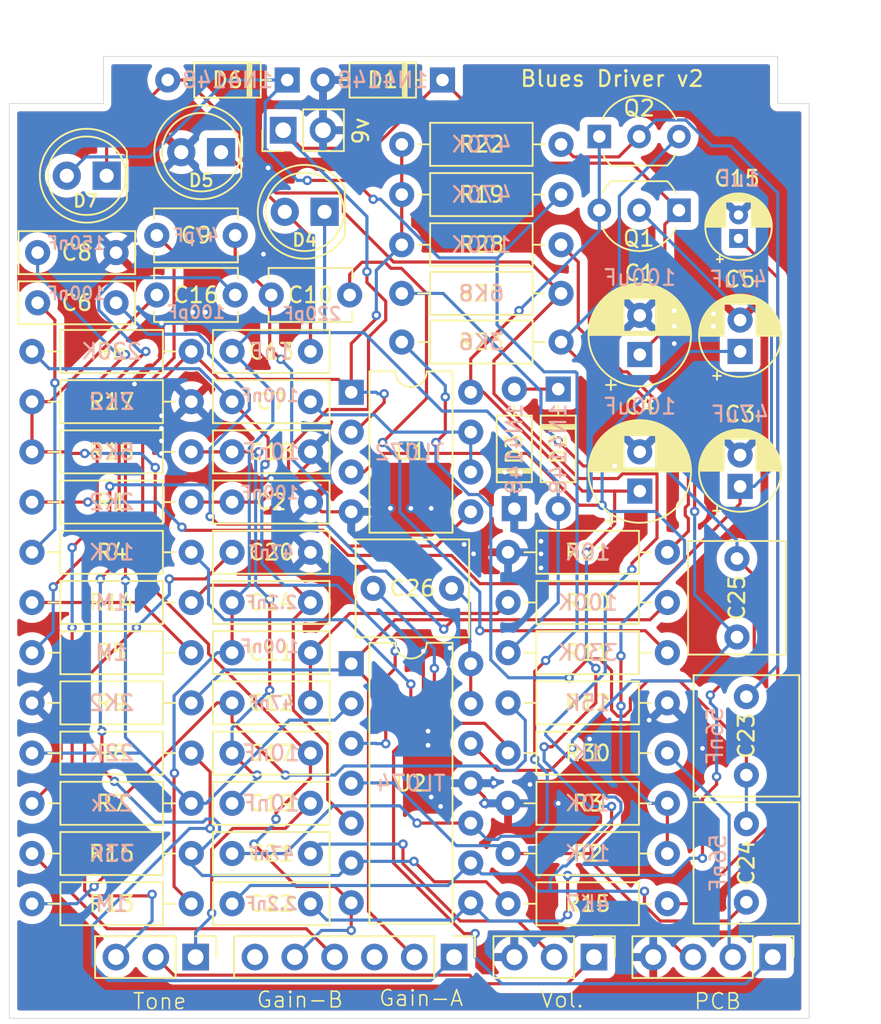
<source format=kicad_pcb>
(kicad_pcb (version 20240108) (generator "pcbnew") (generator_version "8.0")
  (layers (0 "F.Cu" signal) (31 "B.Cu" signal) (34 "B.Paste" user) (35 "F.Paste" user) (36 "B.SilkS" user "B.Silkscreen") (37 "F.SilkS" user "F.Silkscreen") (38 "B.Mask" user) (39 "F.Mask" user) (44 "Edge.Cuts" user))
  (net 0 "")
  (net 1 "Net-(D1-K)")
  (net 2 "GND")
  (net 3 "Net-(Q1-B)")
  (net 4 "+8v")
  (net 5 "Net-(U1A-+)")
  (net 6 "Net-(U1B-+)")
  (net 7 "Net-(C6-Pad1)")
  (net 8 "1")
  (net 9 "Net-(U2A-+)")
  (net 10 "Net-(C8-Pad2)")
  (net 11 "Net-(U2A--)")
  (net 12 "2")
  (net 13 "Net-(C10-Pad2)")
  (net 14 "Net-(C11-Pad1)")
  (net 15 "3")
  (net 16 "Net-(C12-Pad1)")
  (net 17 "Net-(D4-A)")
  (net 18 "Net-(U2B-+)")
  (net 19 "Net-(C15-Pad1)")
  (net 20 "Net-(U2B--)")
  (net 21 "4")
  (net 22 "Net-(C17-Pad2)")
  (net 23 "Net-(C19-Pad1)")
  (net 24 "Net-(C20-Pad2)")
  (net 25 "Net-(D6-K)")
  (net 26 "5")
  (net 27 "Net-(D6-A)")
  (net 28 "6")
  (net 29 "Net-(Q2-B)")
  (net 30 "Net-(C23-Pad2)")
  (net 31 "Net-(U2D-+)")
  (net 32 "Net-(C26-Pad2)")
  (net 33 "Net-(U2D--)")
  (net 34 "Net-(D2-K)")
  (net 35 "In")
  (net 36 "Out")
  (net 37 "Net-(Q2-E)")
  (net 38 "+4v")
  (net 39 "Net-(R8-Pad1)")
  (net 40 "Net-(R16-Pad1)")
  (net 42 "Net-(RV3-Pad2)")
  (footprint "Resistor_THT:R_Axial_DIN0207_L6.3mm_D2.5mm_P10.16mm_Horizontal" (layer "F.Cu") (at 79.42 120.2)
    (property "Reference" "R23")
    (property "Value" "3K6")
  )
  (footprint "Capacitor_THT:C_Rect_L7.2mm_W2.5mm_P5.00mm_FKS2_FKP2_MKS2_MKP2" (layer "F.Cu") (at 56.2 117.7)
    (property "Reference" "C6")
    (property "Value" "100nF")
  )
  (footprint "Capacitor_THT:C_Disc_D5.1mm_W3.2mm_P5.00mm" (layer "F.Cu") (at 68.8 117.2 180)
    (property "Reference" "C16")
    (property "Value" "100pF")
  )
  (footprint "Capacitor_THT:CP_Radial_D5.0mm_P2.00mm" (layer "F.Cu") (at 101 129.4 90)
    (property "Reference" "C3")
    (property "Value" "47uF")
  )
  (footprint "Connector_PinHeader_2.54mm:PinHeader_1x04_P2.54mm_Vertical" (layer "F.Cu") (at 103.08 159.4 -90)
    (property "Reference" "J3" (hide yes))
    (property "Value" "PCB")
  )
  (footprint "Resistor_THT:R_Axial_DIN0207_L6.3mm_D2.5mm_P10.16mm_Horizontal" (layer "F.Cu") (at 66 124 180)
    (property "Reference" "R17")
    (property "Value" "2K2")
  )
  (footprint "Capacitor_THT:C_Rect_L7.2mm_W2.5mm_P5.00mm_FKS2_FKP2_MKS2_MKP2" (layer "F.Cu") (at 68.6 143.2)
    (property "Reference" "C12")
    (property "Value" "47nF")
  )
  (footprint "Resistor_THT:R_Axial_DIN0207_L6.3mm_D2.5mm_P10.16mm_Horizontal" (layer "F.Cu") (at 66 146.4 180)
    (property "Reference" "R8")
    (property "Value" "22K")
  )
  (footprint "Connector_PinHeader_2.54mm:PinHeader_1x03_P2.54mm_Vertical" (layer "F.Cu") (at 66.275 159.4 -90)
    (property "Reference" "RV3" (hide yes))
    (property "Value" "B10K")
  )
  (footprint "Package_DIP:DIP-14_W7.62mm" (layer "F.Cu") (at 76.2 140.7)
    (property "Reference" "U2")
    (property "Value" "TL074")
  )
  (footprint "Capacitor_THT:C_Rect_L7.2mm_W2.5mm_P5.00mm_FKS2_FKP2_MKS2_MKP2" (layer "F.Cu") (at 61.2 114.5 180)
    (property "Reference" "C8")
    (property "Value" "150nF")
  )
  (footprint "Resistor_THT:R_Axial_DIN0207_L6.3mm_D2.5mm_P10.16mm_Horizontal" (layer "F.Cu") (at 79.42 117.1)
    (property "Reference" "R20")
    (property "Value" "6K8")
  )
  (footprint "Capacitor_THT:CP_Radial_D6.3mm_P2.50mm" (layer "F.Cu") (at 94.6 129.7 90)
    (property "Reference" "C4")
    (property "Value" "100uF")
  )
  (footprint "Capacitor_THT:C_Rect_L7.2mm_W2.5mm_P5.00mm_FKS2_FKP2_MKS2_MKP2" (layer "F.Cu") (at 73.6 146.4 180)
    (property "Reference" "C17")
    (property "Value" "10nF")
  )
  (footprint "Resistor_THT:R_Axial_DIN0207_L6.3mm_D2.5mm_P10.16mm_Horizontal" (layer "F.Cu") (at 79.42 110.8)
    (property "Reference" "R19")
    (property "Value" "470K")
  )
  (footprint "Resistor_THT:R_Axial_DIN0207_L6.3mm_D2.5mm_P10.16mm_Horizontal" (layer "F.Cu") (at 66 127.2 180)
    (property "Reference" "R18")
    (property "Value" "5K6")
  )
  (footprint "Resistor_THT:R_Axial_DIN0207_L6.3mm_D2.5mm_P10.16mm_Horizontal" (layer "F.Cu") (at 79.42 114)
    (property "Reference" "R28")
    (property "Value" "100K")
  )
  (footprint "Resistor_THT:R_Axial_DIN0207_L6.3mm_D2.5mm_P10.16mm_Horizontal" (layer "F.Cu") (at 55.84 152.8)
    (property "Reference" "R16")
    (property "Value" "33K")
  )
  (footprint "Package_DIP:DIP-8_W7.62mm" (layer "F.Cu") (at 76.2 123.4)
    (property "Reference" "U1")
    (property "Value" "TL072")
  )
  (footprint "Diode_THT:D_DO-35_SOD27_P7.62mm_Horizontal" (layer "F.Cu") (at 72.12 103.5 180)
    (property "Reference" "D6")
    (property "Value" "1N4148")
  )
  (footprint "LED_THT:LED_D5.0mm" (layer "F.Cu") (at 74.5 111.9 180)
    (property "Reference" "D4")
    (property "Value" "LED" (hide yes))
  )
  (footprint "Capacitor_THT:C_Rect_L7.0mm_W6.0mm_P5.00mm" (layer "F.Cu") (at 82.6 135.9 180)
    (property "Reference" "C26")
    (property "Value" "1uF")
  )
  (footprint "Diode_THT:D_DO-35_SOD27_P7.62mm_Horizontal" (layer "F.Cu") (at 89.4 123.2 -90)
    (property "Reference" "D2")
    (property "Value" "1N4148")
  )
  (footprint "Resistor_THT:R_Axial_DIN0207_L6.3mm_D2.5mm_P10.16mm_Horizontal" (layer "F.Cu") (at 66 130.4 180)
    (property "Reference" "R1")
    (property "Value" "2K2")
  )
  (footprint "Connector_PinHeader_2.54mm:PinHeader_1x06_P2.54mm_Vertical" (layer "F.Cu") (at 82.76 159.4 -90)
    (property "Reference" "RV1" (hide yes))
    (property "Value" "B100K")
  )
  (footprint "Capacitor_THT:C_Rect_L7.2mm_W2.5mm_P5.00mm_FKS2_FKP2_MKS2_MKP2" (layer "F.Cu") (at 73.6 140 180)
    (property "Reference" "C11")
    (property "Value" "100nF")
  )
  (footprint "Package_TO_SOT_THT:TO-92_Inline_Wide" (layer "F.Cu") (at 92.02 107.1)
    (property "Reference" "Q2")
    (property "Value" "BC547")
  )
  (footprint "Capacitor_THT:C_Rect_L7.5mm_W6.5mm_P5.00mm" (layer "F.Cu") (at 101.4 142.8 -90)
    (property "Reference" "C23")
    (property "Value" "56nF")
  )
  (footprint "Capacitor_THT:C_Rect_L7.0mm_W6.0mm_P5.00mm" (layer "F.Cu") (at 100.8 134 -90)
    (property "Reference" "C25")
    (property "Value" "1uF")
  )
  (footprint "Connector_PinHeader_2.54mm:PinHeader_1x02_P2.54mm_Vertical" (layer "F.Cu") (at 71.86 106.7 90)
    (property "Reference" "J1" (hide yes))
    (property "Value" "+9v")
  )
  (footprint "Resistor_THT:R_Axial_DIN0207_L6.3mm_D2.5mm_P10.16mm_Horizontal" (layer "F.Cu") (at 66 133.6 180)
    (property "Reference" "R4")
    (property "Value" "10K")
  )
  (footprint "Resistor_THT:R_Axial_DIN0207_L6.3mm_D2.5mm_P10.16mm_Horizontal" (layer "F.Cu") (at 96.36 143.2 180)
    (property "Reference" "R12")
    (property "Value" "15K")
  )
  (footprint "Capacitor_THT:CP_Radial_D6.3mm_P2.50mm" (layer "F.Cu") (at 94.6 121 90)
    (property "Reference" "C1")
    (property "Value" "100uF")
  )
  (footprint "Capacitor_THT:C_Rect_L7.2mm_W2.5mm_P5.00mm_FKS2_FKP2_MKS2_MKP2" (layer "F.Cu") (at 68.6 136.8)
    (property "Reference" "C14")
    (property "Value" "2.2nF")
  )
  (footprint "LED_THT:LED_D5.0mm" (layer "F.Cu") (at 60.6 109.6 180)
    (property "Reference" "D7")
    (property "Value" "LED" (hide yes))
  )
  (footprint "Connector_PinHeader_2.54mm:PinHeader_1x03_P2.54mm_Vertical" (layer "F.Cu") (at 91.68 159.4 -90)
    (property "Reference" "RV4" (hide yes))
    (property "Value" "A100K")
  )
  (footprint "Resistor_THT:R_Axial_DIN0207_L6.3mm_D2.5mm_P10.16mm_Horizontal" (layer "F.Cu") (at 86.2 152.8)
    (property "Reference" "R2")
    (property "Value" "10K")
  )
  (footprint "Resistor_THT:R_Axial_DIN0207_L6.3mm_D2.5mm_P10.16mm_Horizontal" (layer "F.Cu") (at 55.84 156)
    (property "Reference" "R13")
    (property "Value" "1M")
  )
  (footprint "Capacitor_THT:C_Rect_L7.2mm_W2.5mm_P5.00mm_FKS2_FKP2_MKS2_MKP2" (layer "F.Cu") (at 73.6 149.6 180)
    (property "Reference" "C19")
    (property "Value" "10nF")
  )
  (footprint "Resistor_THT:R_Axial_DIN0207_L6.3mm_D2.5mm_P10.16mm_Horizontal" (layer "F.Cu") (at 55.84 136.8)
    (property "Reference" "R14")
    (property "Value" "1M")
  )
  (footprint "Capacitor_THT:C_Rect_L7.5mm_W6.5mm_P5.00mm" (layer "F.Cu") (at 101.4 150.9 -90)
    (property "Reference" "C24")
    (property "Value" "56nF")
  )
  (footprint "Capacitor_THT:C_Disc_D5.1mm_W3.2mm_P5.00mm" (layer "F.Cu") (at 63.8 113.4)
    (property "Reference" "C9")
    (property "Value" "47pF")
  )
  (footprint "Capacitor_THT:C_Rect_L7.2mm_W2.5mm_P5.00mm_FKS2_FKP2_MKS2_MKP2" (layer "F.Cu") (at 68.6 156)
    (property "Reference" "C22")
    (property "Value" "2.2nF")
  )
  (footprint "Capacitor_THT:C_Rect_L7.2mm_W2.5mm_P5.00mm_FKS2_FKP2_MKS2_MKP2" (layer "F.Cu") (at 73.6 124 180)
    (property "Reference" "C7")
    (property "Value" "100nF")
  )
  (footprint "Resistor_THT:R_Axial_DIN0207_L6.3mm_D2.5mm_P10.16mm_Horizontal" (layer "F.Cu") (at 96.36 136.8 180)
    (property "Reference" "R10")
    (property "Value" "100K")
  )
  (footprint "Resistor_THT:R_Axial_DIN0207_L6.3mm_D2.5mm_P10.16mm_Horizontal" (layer "F.Cu") (at 66 140 180)
    (property "Reference" "R5")
    (property "Value" "1M")
  )
  (footprint "Capacitor_THT:CP_Radial_D4.0mm_P1.50mm" (layer "F.Cu") (at 100.9 113.6 90)
    (property "Reference" "C15")
    (property "Value" "1uF")
  )
  (footprint "Diode_THT:D_DO-35_SOD27_P7.62mm_Horizontal" (layer "F.Cu") (at 86.6 130.82 90)
    (property "Reference" "D3")
    (property "Value" "1N4148")
  )
  (footprint "Resistor_THT:R_Axial_DIN0207_L6.3mm_D2.5mm_P10.16mm_Horizontal" (layer "F.Cu") (at 66 120.8 180)
    (property "Reference" "R6")
    (property "Value" "220K")
  )
  (footprint "Resistor_THT:R_Axial_DIN0207_L6.3mm_D2.5mm_P10.16mm_Horizontal" (layer "F.Cu") (at 55.84 143.2)
    (property "Reference" "R9")
    (property "Value" "2K2")
  )
  (footprint "Resistor_THT:R_Axial_DIN0207_L6.3mm_D2.5mm_P10.16mm_Horizontal" (layer "F.Cu") (at 96.36 149.6 180)
    (property "Reference" "R3")
    (property "Value" "10K")
  )
  (footprint "Package_TO_SOT_THT:TO-92_Inline_Wide" (layer "F.Cu") (at 97.1 111.8 180)
    (property "Reference" "Q1")
    (property "Value" "BC547")
  )
  (footprint "Diode_THT:D_DO-35_SOD27_P7.62mm_Horizontal" (layer "F.Cu") (at 82.02 103.5 180)
    (property "Reference" "D1")
    (property "Value" "1N4148")
  )
  (footprint "Capacitor_THT:C_Rect_L7.2mm_W2.5mm_P5.00mm_FKS2_FKP2_MKS2_MKP2" (layer "F.Cu") (at 73.6 152.8 180)
    (property "Reference" "C21")
    (property "Value" "47nF")
  )
  (footprint "Capacitor_THT:CP_Radial_D5.0mm_P2.00mm" (layer "F.Cu") (at 101 120.8 90)
    (property "Reference" "C5")
    (property "Value" "47uF")
  )
  (footprint "Capacitor_THT:C_Rect_L7.2mm_W2.5mm_P5.00mm_FKS2_FKP2_MKS2_MKP2" (layer "F.Cu") (at 73.6 127.2 180)
    (property "Reference" "C18")
    (property "Value" "10nF")
  )
  (footprint "Resistor_THT:R_Axial_DIN0207_L6.3mm_D2.5mm_P10.16mm_Horizontal" (layer "F.Cu") (at 96.36 156 180)
    (property "Reference" "R15")
    (property "Value" "4K7")
  )
  (footprint "Capacitor_THT:C_Rect_L7.2mm_W2.5mm_P5.00mm_FKS2_FKP2_MKS2_MKP2" (layer "F.Cu") (at 68.6 130.4)
    (property "Reference" "C2")
    (property "Value" "100nF")
  )
  (footprint "Resistor_THT:R_Axial_DIN0207_L6.3mm_D2.5mm_P10.16mm_Horizontal" (layer "F.Cu") (at 96.36 140 180)
    (property "Reference" "R11")
    (property "Value" "330K")
  )
  (footprint "Capacitor_THT:C_Rect_L7.2mm_W2.5mm_P5.00mm_FKS2_FKP2_MKS2_MKP2" (layer "F.Cu") (at 73.6 133.6 180)
    (property "Reference" "C20")
    (property "Value" "47nF")
  )
  (footprint "Capacitor_THT:C_Disc_D5.1mm_W3.2mm_P5.00mm" (layer "F.Cu") (at 71.1 117.2)
    (property "Reference" "C10")
    (property "Value" "220pF")
  )
  (footprint "LED_THT:LED_D5.0mm" (layer "F.Cu") (at 67.9 108.1 180)
    (property "Reference" "D5")
    (property "Value" "LED" (hide yes))
  )
  (footprint "Capacitor_THT:C_Rect_L7.2mm_W2.5mm_P5.00mm_FKS2_FKP2_MKS2_MKP2" (layer "F.Cu") (at 73.6 120.8 180)
    (property "Reference" "C13")
    (property "Value" "1nF")
  )
  (footprint "Resistor_THT:R_Axial_DIN0207_L6.3mm_D2.5mm_P10.16mm_Horizontal" (layer "F.Cu") (at 96.36 133.6 180)
    (property "Reference" "R21")
    (property "Value" "10K")
  )
  (footprint "Resistor_THT:R_Axial_DIN0207_L6.3mm_D2.5mm_P10.16mm_Horizontal" (layer "F.Cu") (at 79.42 107.6)
    (property "Reference" "R22")
    (property "Value" "470K")
  )
  (footprint "Resistor_THT:R_Axial_DIN0207_L6.3mm_D2.5mm_P10.16mm_Horizontal" (layer "F.Cu") (at 55.84 149.6)
    (property "Reference" "R7")
    (property "Value" "22k")
  )
  (footprint "Resistor_THT:R_Axial_DIN0207_L6.3mm_D2.5mm_P10.16mm_Horizontal" (layer "F.Cu") (at 96.36 146.4 180)
    (property "Reference" "R30")
    (property "Value" "1K")
  )
  (gr_line (start 54.4 105) (end 54.4 119) (stroke (width 0.05)) (layer "Edge.Cuts"))
  (gr_line (start 103.4 105) (end 105.4 105) (stroke (width 0.05)) (layer "Edge.Cuts"))
  (gr_line (start 103.4 102) (end 103.4 105) (stroke (width 0.05)) (layer "Edge.Cuts"))
  (gr_line (start 54.4 163.3) (end 54.4 119) (stroke (width 0.05)) (layer "Edge.Cuts"))
  (gr_line (start 54.4 105) (end 60.4 105) (stroke (width 0.05)) (layer "Edge.Cuts"))
  (gr_line (start 60.4 102) (end 60.4 105) (stroke (width 0.05)) (layer "Edge.Cuts"))
  (gr_line (start 105.4 105) (end 105.4 163.3) (stroke (width 0.05)) (layer "Edge.Cuts"))
  (gr_line (start 105.4 163.3) (end 54.4 163.3) (stroke (width 0.05)) (layer "Edge.Cuts"))
  (gr_line (start 103.4 102) (end 60.4 102) (stroke (width 0.05)) (layer "Edge.Cuts"))
  (gr_text "Vol." (at 88.2 162.7 0) (layer "F.SilkS") (effects (font (size 1 1) (thickness 0.1)) (justify left bottom)))
  (gr_text "9v" (at 77.4 107.7 90) (layer "F.SilkS") (effects (font (size 1 1)) (justify left bottom)))
  (gr_text "Gain-B" (at 70.1 162.7 0) (layer "F.SilkS") (effects (font (size 1 1) (thickness 0.1)) (justify left bottom)))
  (gr_text "PCB" (at 98 162.8 0) (layer "F.SilkS") (effects (font (size 1 1) (thickness 0.1)) (justify left bottom)))
  (gr_text "Tone" (at 62.2 162.8 0) (layer "F.SilkS") (effects (font (size 1 1) (thickness 0.1)) (justify left bottom)))
  (gr_text "Gain-A" (at 77.9 162.6 0) (layer "F.SilkS") (effects (font (size 1 1) (thickness 0.1)) (justify left bottom)))
  (gr_text "Blues Driver v2" (at 86.9 104 0) (layer "F.SilkS") (effects (font (size 1 1)) (justify left bottom)))
  (segment (start 70.448529 130.4) (end 68.6 130.4) (width 0.2) (layer "F.Cu") (net 1))
  (segment (start 78.4 117.6) (end 78.4 118.8) (width 0.2) (layer "F.Cu") (net 1))
  (segment (start 71.86 106.7) (end 73.01 107.85) (width 0.2) (layer "F.Cu") (net 1))
  (segment (start 72.2 127) (end 72.2 128.648529) (width 0.2) (layer "F.Cu") (net 1))
  (segment (start 87.319999 108.799999) (end 82.02 103.5) (width 0.2) (layer "F.Cu") (net 1))
  (segment (start 74.7 124.5) (end 72.2 127) (width 0.2) (layer "F.Cu") (net 1))
  (segment (start 97.1 111.8) (end 94.099999 108.799999) (width 0.2) (layer "F.Cu") (net 1))
  (segment (start 96.2 119.4) (end 94.6 121) (width 0.2) (layer "F.Cu") (net 1))
  (segment (start 94.099999 108.799999) (end 87.319999 108.799999) (width 0.2) (layer "F.Cu") (net 1))
  (segment (start 78.4 118.8) (end 77.3 119.9) (width 0.2) (layer "F.Cu") (net 1))
  (segment (start 73.01 107.85) (end 77.614365 107.85) (width 0.2) (layer "F.Cu") (net 1))
  (segment (start 77.2 115.714794) (end 77.2 116.4) (width 0.2) (layer "F.Cu") (net 1))
  (segment (start 96.2 112.7) (end 96.2 119.4) (width 0.2) (layer "F.Cu") (net 1))
  (segment (start 66 130.4) (end 68.6 130.4) (width 0.2) (layer "F.Cu") (net 1))
  (segment (start 68.6 130.4) (end 68.5 130.3) (width 0.2) (layer "F.Cu") (net 1))
  (segment (start 97.1 111.8) (end 96.2 112.7) (width 0.2) (layer "F.Cu") (net 1))
  (segment (start 77.3 124.5) (end 74.7 124.5) (width 0.2) (layer "F.Cu") (net 1))
  (segment (start 77.3 119.9) (end 77.3 124.5) (width 0.2) (layer "F.Cu") (net 1))
  (segment (start 77.2 116.4) (end 78.4 117.6) (width 0.2) (layer "F.Cu") (net 1))
  (segment (start 81.964365 103.5) (end 82.02 103.5) (width 0.2) (layer "F.Cu") (net 1))
  (segment (start 72.2 128.648529) (end 70.448529 130.4) (width 0.2) (layer "F.Cu") (net 1))
  (segment (start 77.614365 107.85) (end 81.964365 103.5) (width 0.2) (layer "F.Cu") (net 1))
  (via (at 77.2 115.714794) (size 0.6) (drill 0.3) (layers "F.Cu" "B.Cu") (net 1))
  (segment (start 77.2 115.714794) (end 77.2 112.2) (width 0.2) (layer "B.Cu") (net 1))
  (segment (start 71.86 106.86) (end 71.86 106.7) (width 0.2) (layer "B.Cu") (net 1))
  (segment (start 77.2 112.2) (end 71.86 106.86) (width 0.2) (layer "B.Cu") (net 1))
  (segment (start 74.32 131.02) (end 76.2 131.02) (width 0.2) (layer "F.Cu") (net 2))
  (segment (start 92.447106 144.452894) (end 95.047106 144.452894) (width 0.2) (layer "F.Cu") (net 2))
  (segment (start 95.047106 144.452894) (end 95.2 144.3) (width 0.2) (layer "F.Cu") (net 2))
  (segment (start 64.1 121.15147) (end 64.1 119) (width 0.2) (layer "F.Cu") (net 2))
  (segment (start 73.7 130.4) (end 74.32 131.02) (width 0.2) (layer "F.Cu") (net 2))
  (segment (start 71.6 129.814215) (end 73.6 127.814215) (width 0.2) (layer "F.Cu") (net 2))
  (segment (start 80.8 139.9) (end 80.8 144.7) (width 0.2) (layer "F.Cu") (net 2))
  (segment (start 73.6 127.814215) (end 73.6 127.2) (width 0.2) (layer "F.Cu") (net 2))
  (segment (start 84.7 149.2) (end 83.82 148.32) (width 0.2) (layer "F.Cu") (net 2))
  (segment (start 73.6 130.4) (end 73.7 130.4) (width 0.2) (layer "F.Cu") (net 2))
  (segment (start 71.6 130.8) (end 72 130.4) (width 0.2) (layer "F.Cu") (net 2))
  (segment (start 80.8 144.7) (end 81.1 145) (width 0.2) (layer "F.Cu") (net 2))
  (segment (start 84.7 149.6) (end 84.7 149.2) (width 0.2) (layer "F.Cu") (net 2))
  (segment (start 91.4 145.5) (end 92.447106 144.452894) (width 0.2) (layer "F.Cu") (net 2))
  (segment (start 71.6 130.8) (end 71.6 129.814215) (width 0.2) (layer "F.Cu") (net 2))
  (segment (start 62.375735 122.875735) (end 64.1 121.15147) (width 0.2) (layer "F.Cu") (net 2))
  (via (at 80 130.8) (size 0.6) (drill 0.3) (layers "F.Cu" "B.Cu") (net 2))
  (via (at 78.7 130.8) (size 0.6) (drill 0.3) (layers "F.Cu" "B.Cu") (net 2))
  (via (at 64.1 124.9) (size 0.6) (drill 0.3) (layers "F.Cu" "B.Cu") (net 2))
  (via (at 62.375735 122.875735) (size 0.6) (drill 0.3) (layers "F.Cu" "B.Cu") (net 2))
  (via (at 87.6 148.4) (size 0.6) (drill 0.3) (layers "F.Cu" "B.Cu") (net 2))
  (via (at 82.5 139.7) (size 0.6) (drill 0.3) (layers "F.Cu" "B.Cu") (net 2))
  (via (at 83.4 133.1) (size 0.6) (drill 0.3) (layers "F.Cu" "B.Cu") (net 2))
  (via (at 64.1 119) (size 0.6) (drill 0.3) (layers "F.Cu" "B.Cu") (net 2))
  (via (at 87 128.5) (size 0.6) (drill 0.3) (layers "F.Cu" "B.Cu") (net 2))
  (via (at 64.1 126.5) (size 0.6) (drill 0.3) (layers "F.Cu" "B.Cu") (net 2))
  (via (at 84 133.7) (size 0.6) (drill 0.3) (layers "F.Cu" "B.Cu") (net 2))
  (via (at 64.1 125.7) (size 0.6) (drill 0.3) (layers "F.Cu" "B.Cu") (net 2))
  (via (at 99.3 118.4) (size 0.6) (drill 0.3) (layers "F.Cu" "B.Cu") (net 2))
  (via (at 99.3 119.2) (size 0.6) (drill 0.3) (layers "F.Cu" "B.Cu") (net 2))
  (via (at 91.4 145.5) (size 0.6) (drill 0.3) (layers "F.Cu" "B.Cu") (net 2))
  (via (at 88.3 132.9) (size 0.6) (drill 0.3) (layers "F.Cu" "B.Cu") (net 2))
  (via (at 81.9 149.8) (size 0.6) (drill 0.3) (layers "F.Cu" "B.Cu") (net 2))
  (via (at 96.8 118.2) (size 0.6) (drill 0.3) (layers "F.Cu" "B.Cu") (net 2))
  (via (at 81.1 145.9) (size 0.6) (drill 0.3) (layers "F.Cu" "B.Cu") (net 2))
  (via (at 66.1 118.3) (size 0.6) (drill 0.3) (layers "F.Cu" "B.Cu") (net 2))
  (via (at 71.6 130.8) (size 0.6) (drill 0.3) (layers "F.Cu" "B.Cu") (net 2))
  (via (at 85.3 148.3) (size 0.6) (drill 0.3) (layers "F.Cu" "B.Cu") (net 2))
  (via (at 80.8 139.9) (size 0.6) (drill 0.3) (layers "F.Cu" "B.Cu") (net 2))
  (via (at 66.9 118.3) (size 0.6) (drill 0.3) (layers "F.Cu" "B.Cu") (net 2))
  (via (at 88.3 134.6) (size 0.6) (drill 0.3) (layers "F.Cu" "B.Cu") (net 2))
  (via (at 88.3 133.7) (size 0.6) (drill 0.3) (layers "F.Cu" "B.Cu") (net 2))
  (via (at 81.3 130.8) (size 0.6) (drill 0.3) (layers "F.Cu" "B.Cu") (net 2))
  (via (at 64.1 127.3) (size 0.6) (drill 0.3) (layers "F.Cu" "B.Cu") (net 2))
  (via (at 96.8 119.2) (size 0.6) (drill 0.3) (layers "F.Cu" "B.Cu") (net 2))
  (via (at 98.6 146.1) (size 0.6) (drill 0.3) (layers "F.Cu" "B.Cu") (net 2))
  (via (at 96.8 120.3) (size 0.6) (drill 0.3) (layers "F.Cu" "B.Cu") (net 2))
  (via (at 95.2 144.3) (size 0.6) (drill 0.3) (layers "F.Cu" "B.Cu") (net 2))
  (via (at 70.6 114.6) (size 0.6) (drill 0.3) (layers "F.Cu" "B.Cu") (net 2))
  (via (at 81.3 149.2) (size 0.6) (drill 0.3) (layers "F.Cu" "B.Cu") (net 2))
  (via (at 71.1 128.9) (size 0.6) (drill 0.3) (layers "F.Cu" "B.Cu") (net 2))
  (via (at 74.6 125.9) (size 0.6) (drill 0.3) (layers "F.Cu" "B.Cu") (net 2))
  (via (at 84.7 149.6) (size 0.6) (drill 0.3) (layers "F.Cu" "B.Cu") (net 2))
  (via (at 70.9 109.1) (size 0.6) (drill 0.3) (layers "F.Cu" "B.Cu") (net 2))
  (via (at 86 128.5) (size 0.6) (drill 0.3) (layers "F.Cu" "B.Cu") (net 2))
  (via (at 81.1 145) (size 0.6) (drill 0.3) (layers "F.Cu" "B.Cu") (net 2))
  (via (at 89.4 149.6) (size 0.6) (drill 0.3) (layers "F.Cu" "B.Cu") (net 2))
  (segment (start 71.6 130.8) (end 71.6 129.4) (width 0.2) (layer "B.Cu") (net 2))
  (segment (start 64.1 119) (end 65.4 119) (width 0.2) (layer "B.Cu") (net 2))
  (segment (start 71.6 129.4) (end 71.1 128.9) (width 0.2) (layer "B.Cu") (net 2))
  (segment (start 62.375735 123.175735) (end 62.375735 122.875735) (width 0.2) (layer "B.Cu") (net 2))
  (segment (start 64.1 124.9) (end 62.375735 123.175735) (width 0.2) (layer "B.Cu") (net 2))
  (segment (start 65.4 119) (end 66.1 118.3) (width 0.2) (layer "B.Cu") (net 2))
  (segment (start 94.8 127.4) (end 94.6 127.2) (width 0.2) (layer "B.Cu") (net 2))
  (segment (start 84.4 135.6) (end 82.6 133.8) (width 0.2) (layer "F.Cu") (net 3))
  (segment (start 100.144365 131.35) (end 99.5 131.994365) (width 0.2) (layer "F.Cu") (net 3))
  (segment (start 59.4 130.4) (end 55.84 130.4) (width 0.2) (layer "F.Cu") (net 3))
  (segment (start 65.6 132.2) (end 65.4 132) (width 0.2) (layer "F.Cu") (net 3))
  (segment (start 82.6 133.8) (end 76 133.8) (width 0.2) (layer "F.Cu") (net 3))
  (segment (start 97.46 134.04) (end 97.46 134.055635) (width 0.2) (layer "F.Cu") (net 3))
  (segment (start 97.46 134.055635) (end 95.915635 135.6) (width 0.2) (layer "F.Cu") (net 3))
  (segment (start 95.915635 135.6) (end 84.4 135.6) (width 0.2) (layer "F.Cu") (net 3))
  (segment (start 74.4 132.2) (end 65.6 132.2) (width 0.2) (layer "F.Cu") (net 3))
  (segment (start 101 130.5) (end 100.15 131.35) (width 0.2) (layer "F.Cu") (net 3))
  (segment (start 101 129.4) (end 101 130.5) (width 0.2) (layer "F.Cu") (net 3))
  (segment (start 99.5 132) (end 97.46 134.04) (width 0.2) (layer "F.Cu") (net 3))
  (segment (start 100.15 131.35) (end 100.144365 131.35) (width 0.2) (layer "F.Cu") (net 3))
  (segment (start 99.5 131.994365) (end 99.5 132) (width 0.2) (layer "F.Cu") (net 3))
  (segment (start 76 133.8) (end 74.4 132.2) (width 0.2) (layer "F.Cu") (net 3))
  (via (at 65.4 132) (size 0.6) (drill 0.3) (layers "F.Cu" "B.Cu") (net 3))
  (via (at 59.4 130.4) (size 0.6) (drill 0.3) (layers "F.Cu" "B.Cu") (net 3))
  (segment (start 101.9 129.4) (end 101 129.4) (width 0.2) (layer "B.Cu") (net 3))
  (segment (start 65.4 132) (end 63.8 130.4) (width 0.2) (layer "B.Cu") (net 3))
  (segment (start 103 128.3) (end 101.9 129.4) (width 0.2) (layer "B.Cu") (net 3))
  (segment (start 63.8 130.4) (end 59.4 130.4) (width 0.2) (layer "B.Cu") (net 3))
  (segment (start 101 128.955635) (end 101 129.4) (width 0.2) (layer "B.Cu") (net 3))
  (segment (start 100.46 117.7) (end 101.455635 117.7) (width 0.2) (layer "B.Cu") (net 3))
  (segment (start 94.56 111.8) (end 100.46 117.7) (width 0.2) (layer "B.Cu") (net 3))
  (segment (start 101.455635 117.7) (end 103 119.244365) (width 0.2) (layer "B.Cu") (net 3))
  (segment (start 103 119.244365) (end 103 128.3) (width 0.2) (layer "B.Cu") (net 3))
  (segment (start 88.5 146) (end 89 146) (width 0.2) (layer "F.Cu") (net 4))
  (segment (start 92.8 151.1) (end 91.5 152.4) (width 0.2) (layer "F.Cu") (net 4))
  (segment (start 83.82 121.28) (end 83.82 123.4) (width 0.2) (layer "F.Cu") (net 4))
  (segment (start 93 131.8) (end 91.2 133.6) (width 0.2) (layer "F.Cu") (net 4))
  (segment (start 98 159.4) (end 97.56934 159.4) (width 0.2) (layer "F.Cu") (net 4))
  (segment (start 90.94 129.7) (end 84.64 123.4) (width 0.2) (layer "F.Cu") (net 4))
  (segment (start 92.8 149.8) (end 92.8 151.1) (width 0.2) (layer "F.Cu") (net 4))
  (segment (start 94.6 129.7) (end 93 129.7) (width 0.2) (layer "F.Cu") (net 4))
  (segment (start 91.8 143.2) (end 91.8 141) (width 0.2) (layer "F.Cu") (net 4))
  (segment (start 91.5 153.33066) (end 91.5 152.8) (width 0.2) (layer "F.Cu") (net 4))
  (segment (start 93 129.7) (end 90.94 129.7) (width 0.2) (layer "F.Cu") (net 4))
  (segment (start 84.64 123.4) (end 83.82 123.4) (width 0.2) (layer "F.Cu") (net 4))
  (segment (start 97.56934 159.4) (end 91.5 153.33066) (width 0.2) (layer "F.Cu") (net 4))
  (segment (start 88.4 152.8) (end 86.2 152.8) (width 0.2) (layer "F.Cu") (net 4))
  (segment (start 89 146) (end 91.8 143.2) (width 0.2) (layer "F.Cu") (net 4))
  (segment (start 86.9 118.2) (end 83.82 121.28) (width 0.2) (layer "F.Cu") (net 4))
  (segment (start 93 129.7) (end 93 131.8) (width 0.2) (layer "F.Cu") (net 4))
  (segment (start 91.5 152.8) (end 88.4 152.8) (width 0.2) (layer "F.Cu") (net 4))
  (segment (start 91.5 152.4) (end 91.5 152.8) (width 0.2) (layer "F.Cu") (net 4))
  (via (at 91.8 141) (size 0.6) (drill 0.3) (layers "F.Cu" "B.Cu") (net 4))
  (via (at 86.9 118.2) (size 0.6) (drill 0.3) (layers "F.Cu" "B.Cu") (net 4))
  (via (at 91.2 133.6) (size 0.6) (drill 0.3) (layers "F.Cu" "B.Cu") (net 4))
  (via (at 92.8 149.8) (size 0.6) (drill 0.3) (layers "F.Cu" "B.Cu") (net 4))
  (via (at 88.5 146) (size 0.6) (drill 0.3) (layers "F.Cu" "B.Cu") (net 4))
  (segment (start 91.4 149.8) (end 88.5 146.9) (width 0.2) (layer "B.Cu") (net 4))
  (segment (start 88.9 116.2) (end 86.9 118.2) (width 0.2) (layer "B.Cu") (net 4))
  (segment (start 92.8 149.8) (end 91.4 149.8) (width 0.2) (layer "B.Cu") (net 4))
  (segment (start 94.6 129.4) (end 94.6 129.7) (width 0.2) (layer "B.Cu") (net 4))
  (segment (start 92.02 111.8) (end 92.02 113.115635) (width 0.2) (layer "B.Cu") (net 4))
  (segment (start 91.2 140.4) (end 91.8 141) (width 0.2) (layer "B.Cu") (net 4))
  (segment (start 85.7 152.3) (end 82.9 152.3) (width 0.2) (layer "B.Cu") (net 4))
  (segment (start 91.2 133.6) (end 91.2 140.4) (width 0.2) (layer "B.Cu") (net 4))
  (segment (start 78.9 148.3) (end 76.22 148.3) (width 0.2) (layer "B.Cu") (net 4))
  (segment (start 88.935635 116.2) (end 88.9 116.2) (width 0.2) (layer "B.Cu") (net 4))
  (segment (start 86.2 152.8) (end 85.7 152.3) (width 0.2) (layer "B.Cu") (net 4))
  (segment (start 82.9 152.3) (end 78.9 148.3) (width 0.2) (layer "B.Cu") (net 4))
  (segment (start 76.22 148.3) (end 76.2 148.32) (width 0.2) (layer "B.Cu") (net 4))
  (segment (start 92.02 113.115635) (end 88.935635 116.2) (width 0.2) (layer "B.Cu") (net 4))
  (segment (start 88.5 146.9) (end 88.5 146) (width 0.2) (layer "B.Cu") (net 4))
  (segment (start 92.02 107.1) (end 92.02 111.8) (width 0.2) (layer "B.Cu") (net 4))
  (segment (start 96.36 149.6) (end 96.36 152.8) (width 0.2) (layer "F.Cu") (net 5))
  (segment (start 90.735635 130.6) (end 87.435635 127.3) (width 0.2) (layer "F.Cu") (net 5))
  (segment (start 78.2 127.3) (end 77.02 128.48) (width 0.2) (layer "F.Cu") (net 5))
  (segment (start 92.2 130.6) (end 90.735635 130.6) (width 0.2) (layer "F.Cu") (net 5))
  (segment (start 93.4 143.4) (end 93.4 140.2) (width 0.2) (layer "F.Cu") (net 5))
  (segment (start 87.435635 127.3) (end 78.2 127.3) (width 0.2) (layer "F.Cu") (net 5))
  (segment (start 77.02 128.48) (end 76.2 128.48) (width 0.2) (layer "F.Cu") (net 5))
  (via (at 93.4 140.2) (size 0.6) (drill 0.3) (layers "F.Cu" "B.Cu") (net 5))
  (via (at 93.4 143.4) (size 0.6) (drill 0.3) (layers "F.Cu" "B.Cu") (net 5))
  (via (at 92.2 130.6) (size 0.6) (drill 0.3) (layers "F.Cu" "B.Cu") (net 5))
  (segment (start 97.8 120.8) (end 92.2 126.4) (width 0.2) (layer "B.Cu") (net 5))
  (segment (start 97.46 134.144365) (end 97.46 132.86) (width 0.2) (layer "B.Cu") (net 5))
  (segment (start 101 120.8) (end 97.8 120.8) (width 0.2) (layer "B.Cu") (net 5))
  (segment (start 95.6 131) (end 92.6 131) (width 0.2) (layer "B.Cu") (net 5))
  (segment (start 97.46 132.86) (end 95.6 131) (width 0.2) (layer "B.Cu") (net 5))
  (segment (start 92.2 126.4) (end 92.2 130.6) (width 0.2) (layer "B.Cu") (net 5))
  (segment (start 95.22863 149.6) (end 93.4 147.77137) (width 0.2) (layer "B.Cu") (net 5))
  (segment (start 96.36 149.6) (end 95.22863 149.6) (width 0.2) (layer "B.Cu") (net 5))
  (segment (start 93.4 138.204365) (end 97.46 134.144365) (width 0.2) (layer "B.Cu") (net 5))
  (segment (start 93.4 140.2) (end 93.4 138.204365) (width 0.2) (layer "B.Cu") (net 5))
  (segment (start 93.4 147.77137) (end 93.4 143.4) (width 0.2) (layer "B.Cu") (net 5))
  (segment (start 92.6 131) (end 92.2 130.6) (width 0.2) (layer "B.Cu") (net 5))
  (segment (start 60.8 129.4) (end 60.8 132.2) (width 0.2) (layer "F.Cu") (net 6))
  (segment (start 60.8 132.2) (end 57.195735 135.804265) (width 0.2) (layer "F.Cu") (net 6))
  (segment (start 67.68 131.8) (end 67.2 131.32) (width 0.2) (layer "F.Cu") (net 6))
  (segment (start 74.6 131.8) (end 67.68 131.8) (width 0.2) (layer "F.Cu") (net 6))
  (segment (start 76 133.2) (end 74.6 131.8) (width 0.2) (layer "F.Cu") (net 6))
  (segment (start 81.64 133.2) (end 76 133.2) (width 0.2) (layer "F.Cu") (net 6))
  (segment (start 83.82 131.02) (end 81.64 133.2) (width 0.2) (layer "F.Cu") (net 6))
  (via (at 57.195735 135.804265) (size 0.6) (drill 0.3) (layers "F.Cu" "B.Cu") (net 6))
  (via (at 60.8 129.4) (size 0.6) (drill 0.3) (layers "F.Cu" "B.Cu") (net 6))
  (via (at 67.2 131.32) (size 0.6) (drill 0.3) (layers "F.Cu" "B.Cu") (net 6))
  (segment (start 69.7 123.544365) (end 69.7 124.5) (width 0.2) (layer "B.Cu") (net 6))
  (segment (start 67.2 131.32) (end 67.2 129.644365) (width 0.2) (layer "B.Cu") (net 6))
  (segment (start 60.9 129.3) (end 60.8 129.4) (width 0.2) (layer "B.Cu") (net 6))
  (segment (start 61.2 117.7) (end 63.2 119.7) (width 0.2) (layer "B.Cu") (net 6))
  (segment (start 67.1 120.344365) (end 67.1 120.944365) (width 0.2) (layer "B.Cu") (net 6))
  (segment (start 57.195735 138.644265) (end 55.84 140) (width 0.2) (layer "B.Cu") (net 6))
  (segment (start 67.2 127) (end 67.2 129.644365) (width 0.2) (layer "B.Cu") (net 6))
  (segment (start 67.2 129.644365) (end 66.855635 129.3) (width 0.2) (layer "B.Cu") (net 6))
  (segment (start 67.1 120.944365) (end 69.7 123.544365) (width 0.2) (layer "B.Cu") (net 6))
  (segment (start 66.455635 119.7) (end 67.1 120.344365) (width 0.2) (layer "B.Cu") (net 6))
  (segment (start 57.195735 135.804265) (end 57.195735 138.644265) (width 0.2) (layer "B.Cu") (net 6))
  (segment (start 63.2 119.7) (end 66.455635 119.7) (width 0.2) (layer "B.Cu") (net 6))
  (segment (start 69.7 124.5) (end 67.2 127) (width 0.2) (layer "B.Cu") (net 6))
  (segment (start 66.855635 129.3) (end 60.9 129.3) (width 0.2) (layer "B.Cu") (net 6))
  (segment (start 57.3 118.8) (end 56.2 117.7) (width 0.2) (layer "F.Cu") (net 7))
  (segment (start 57.3 122.8) (end 57.3 118.8) (width 0.2) (layer "F.Cu") (net 7))
  (via (at 57.3 122.8) (size 0.6) (drill 0.3) (layers "F.Cu" "B.Cu") (net 7))
  (segment (start 57.3 132.14) (end 57.3 122.8) (width 0.2) (layer "B.Cu") (net 7))
  (segment (start 55.84 133.6) (end 57.3 132.14) (width 0.2) (layer "B.Cu") (net 7))
  (segment (start 77.691471 124.84) (end 78.791471 125.94) (width 0.2) (layer "B.Cu") (net 8))
  (segment (start 78.791471 125.94) (end 83.82 125.94) (width 0.2) (layer "B.Cu") (net 8))
  (segment (start 74.44 124.84) (end 77.691471 124.84) (width 0.2) (layer "B.Cu") (net 8))
  (segment (start 73.6 124.2) (end 73.6 124) (width 0.2) (layer "B.Cu") (net 8))
  (segment (start 83.82 128.48) (end 83.82 125.94) (width 0.2) (layer "B.Cu") (net 8))
  (segment (start 73.6 124) (end 74.44 124.84) (width 0.2) (layer "B.Cu") (net 8))
  (segment (start 70.9 126.3) (end 68.6 124) (width 0.2) (layer "F.Cu") (net 9))
  (segment (start 70.9 127.800003) (end 70.9 126.3) (width 0.2) (layer "F.Cu") (net 9))
  (segment (start 79 139.9) (end 79 141) (width 0.2) (layer "F.Cu") (net 9))
  (segment (start 78.4 141.6) (end 78.4 145.8) (width 0.2) (layer "F.Cu") (net 9))
  (segment (start 70.7 128.000003) (end 70.9 127.800003) (width 0.2) (layer "F.Cu") (net 9))
  (segment (start 79 141) (end 78.4 141.6) (width 0.2) (layer "F.Cu") (net 9))
  (via (at 78.4 145.8) (size 0.6) (drill 0.3) (layers "F.Cu" "B.Cu") (net 9))
  (via (at 70.7 128.000003) (size 0.6) (drill 0.3) (layers "F.Cu" "B.Cu") (net 9))
  (via (at 79 139.9) (size 0.6) (drill 0.3) (layers "F.Cu" "B.Cu") (net 9))
  (segment (start 70.5 128.200003) (end 70.5 134.3) (width 0.2) (layer "B.Cu") (net 9))
  (segment (start 66.5 121.9) (end 68.6 124) (width 0.2) (layer "B.Cu") (net 9))
  (segment (start 75.3 135.7) (end 79 139.4) (width 0.2) (layer "B.Cu") (net 9))
  (segment (start 70.7 128.000003) (end 70.5 128.200003) (width 0.2) (layer "B.Cu") (net 9))
  (segment (start 78.4 145.8) (end 77.8 145.8) (width 0.2) (layer "B.Cu") (net 9))
  (segment (start 70.5 134.3) (end 71.9 135.7) (width 0.2) (layer "B.Cu") (net 9))
  (segment (start 56.94 121.9) (end 66.5 121.9) (width 0.2) (layer "B.Cu") (net 9))
  (segment (start 79 139.4) (end 79 139.9) (width 0.2) (layer "B.Cu") (net 9))
  (segment (start 77.78 145.78) (end 76.2 145.78) (width 0.2) (layer "B.Cu") (net 9))
  (segment (start 55.84 120.8) (end 56.94 121.9) (width 0.2) (layer "B.Cu") (net 9))
  (segment (start 77.8 145.8) (end 77.78 145.78) (width 0.2) (layer "B.Cu") (net 9))
  (segment (start 71.9 135.7) (end 75.3 135.7) (width 0.2) (layer "B.Cu") (net 9))
  (segment (start 58.4 133.3) (end 60 131.7) (width 0.2) (layer "F.Cu") (net 10))
  (segment (start 60 122.8) (end 61.8 121) (width 0.2) (layer "F.Cu") (net 10))
  (segment (start 58.4 147.04) (end 58.4 138.4) (width 0.2) (layer "F.Cu") (net 10))
  (segment (start 55.84 149.6) (end 58.4 147.04) (width 0.2) (layer "F.Cu") (net 10))
  (segment (start 60 131.7) (end 60 122.8) (width 0.2) (layer "F.Cu") (net 10))
  (via (at 61.8 121) (size 0.6) (drill 0.3) (layers "F.Cu" "B.Cu") (net 10))
  (via (at 58.4 138.4) (size 0.6) (drill 0.3) (layers "F.Cu" "B.Cu") (net 10))
  (via (at 58.4 133.3) (size 0.6) (drill 0.3) (layers "F.Cu" "B.Cu") (net 10))
  (segment (start 61.8 121) (end 61.3 121) (width 0.2) (layer "B.Cu") (net 10))
  (segment (start 58.4 138.4) (end 58.4 133.3) (width 0.2) (layer "B.Cu") (net 10))
  (segment (start 56.2 115.9) (end 56.2 114.5) (width 0.2) (layer "B.Cu") (net 10))
  (segment (start 61.3 121) (end 56.2 115.9) (width 0.2) (layer "B.Cu") (net 10))
  (segment (start 61.8 124.3) (end 61.8 135.4) (width 0.2) (layer "F.Cu") (net 11))
  (segment (start 63.8 113.4) (end 64.9 114.5) (width 0.2) (layer "F.Cu") (net 11))
  (segment (start 64.9 114.5) (end 64.9 121.2) (width 0.2) (layer "F.Cu") (net 11))
  (segment (start 64.9 121.2) (end 61.8 124.3) (width 0.2) (layer "F.Cu") (net 11))
  (via (at 61.8 135.4) (size 0.6) (drill 0.3) (layers "F.Cu" "B.Cu") (net 11))
  (segment (start 61.8 145.4) (end 62.8 146.4) (width 0.2) (layer "B.Cu") (net 11))
  (segment (start 72.255635 144.3) (end 75.14 144.3) (width 0.2) (layer "B.Cu") (net 11))
  (segment (start 66.955635 149.6) (end 72.255635 144.3) (width 0.2) (layer "B.Cu") (net 11))
  (segment (start 61.8 135.4) (end 61.8 145.4) (width 0.2) (layer "B.Cu") (net 11))
  (segment (start 75.14 144.3) (end 76.2 143.24) (width 0.2) (layer "B.Cu") (net 11))
  (segment (start 55.84 146.4) (end 62.8 146.4) (width 0.2) (layer "B.Cu") (net 11))
  (segment (start 62.8 146.4) (end 66 149.6) (width 0.2) (layer "B.Cu") (net 11))
  (segment (start 66 149.6) (end 66.955635 149.6) (width 0.2) (layer "B.Cu") (net 11))
  (segment (start 71.1 117.2) (end 71 117.3) (width 0.2) (layer "F.Cu") (net 12))
  (segment (start 77.3 156.48) (end 77.3 141.8) (width 0.2) (layer "F.Cu") (net 12))
  (segment (start 71 120.6) (end 71.7 121.3) (width 0.2) (layer "F.Cu") (net 12))
  (segment (start 77.3 141.8) (end 76.2 140.7) (width 0.2) (layer "F.Cu") (net 12))
  (segment (start 80.22 159.4) (end 77.3 156.48) (width 0.2) (layer "F.Cu") (net 12))
  (segment (start 82.7 137.9) (end 79 137.9) (width 0.2) (layer "F.Cu") (net 12))
  (segment (start 68.8 113.4) (end 68.8 114.9) (width 0.2) (layer "F.Cu") (net 12))
  (segment (start 79 137.9) (end 76.2 140.7) (width 0.2) (layer "F.Cu") (net 12))
  (segment (start 71 117.3) (end 71 120.6) (width 0.2) (layer "F.Cu") (net 12))
  (segment (start 96.86 136.3) (end 96.36 136.8) (width 0.2) (layer "F.Cu") (net 12))
  (segment (start 96.36 136.8) (end 95.26 137.9) (width 0.2) (layer "F.Cu") (net 12))
  (segment (start 82.1 138.5) (end 82.7 137.9) (width 0.2) (layer "F.Cu") (net 12))
  (segment (start 68.8 114.9) (end 71.1 117.2) (width 0.2) (layer "F.Cu") (net 12))
  (segment (start 95.26 137.9) (end 82.7 137.9) (width 0.2) (layer "F.Cu") (net 12))
  (via (at 71.7 121.3) (size 0.6) (drill 0.3) (layers "F.Cu" "B.Cu") (net 12))
  (via (at 82.1 138.5) (size 0.6) (drill 0.3) (layers "F.Cu" "B.Cu") (net 12))
  (segment (start 75.8 141.1) (end 68.1 141.1) (width 0.2) (layer "B.Cu") (net 12))
  (segment (start 74.7 131.9) (end 74.7 129.944365) (width 0.2) (layer "B.Cu") (net 12))
  (segment (start 78.4 134.8) (end 77.6 134.8) (width 0.2) (layer "B.Cu") (net 12))
  (segment (start 74.7 129.944365) (end 72.4 127.644365) (width 0.2) (layer "B.Cu") (net 12))
  (segment (start 77.6 134.8) (end 74.7 131.9) (width 0.2) (layer "B.Cu") (net 12))
  (segment (start 68.1 141.1) (end 66 143.2) (width 0.2) (layer "B.Cu") (net 12))
  (segment (start 72.4 122) (end 71.7 121.3) (width 0.2) (layer "B.Cu") (net 12))
  (segment (start 82.1 138.5) (end 78.4 134.8) (width 0.2) (layer "B.Cu") (net 12))
  (segment (start 76.2 140.7) (end 75.8 141.1) (width 0.2) (layer "B.Cu") (net 12))
  (segment (start 72.4 127.644365) (end 72.4 122) (width 0.2) (layer "B.Cu") (net 12))
  (segment (start 78.349108 115.114794) (end 76.885206 115.114794) (width 0.2) (layer "F.Cu") (net 13))
  (segment (start 94.96 138.6) (end 84.4 138.6) (width 0.2) (layer "F.Cu") (net 13))
  (segment (start 78.2 126.6) (end 81 123.8) (width 0.2) (layer "F.Cu") (net 13))
  (segment (start 78.734314 115.5) (end 78.349108 115.114794) (width 0.2) (layer "F.Cu") (net 13))
  (segment (start 81 117.1) (end 79.4 115.5) (width 0.2) (layer "F.Cu") (net 13))
  (segment (start 81 123.8) (end 81 117.1) (width 0.2) (layer "F.Cu") (net 13))
  (segment (start 79.4 115.5) (end 78.734314 115.5) (width 0.2) (layer "F.Cu") (net 13))
  (segment (start 76.1 115.9) (end 76.1 117.2) (width 0.2) (layer "F.Cu") (net 13))
  (segment (start 76.885206 115.114794) (end 76.1 115.9) (width 0.2) (layer "F.Cu") (net 13))
  (segment (start 96.36 140) (end 94.96 138.6) (width 0.2) (layer "F.Cu") (net 13))
  (via (at 84.4 138.6) (size 0.6) (drill 0.3) (layers "F.Cu" "B.Cu") (net 13))
  (via (at 78.2 126.6) (size 0.6) (drill 0.3) (layers "F.Cu" "B.Cu") (net 13))
  (segment (start 79.3 127.7) (end 78.2 126.6) (width 0.2) (layer "B.Cu") (net 13))
  (segment (start 84.4 138.6) (end 84.4 136.144365) (width 0.2) (layer "B.Cu") (net 13))
  (segment (start 79.3 131.044365) (end 79.3 127.7) (width 0.2) (layer "B.Cu") (net 13))
  (segment (start 84.4 136.144365) (end 79.3 131.044365) (width 0.2) (layer "B.Cu") (net 13))
  (segment (start 86.2 136.8) (end 85.5 137.5) (width 0.2) (layer "F.Cu") (net 14))
  (segment (start 85.5 137.5) (end 76.1 137.5) (width 0.2) (layer "F.Cu") (net 14))
  (segment (start 73.6 143.2) (end 73.6 140) (width 0.2) (layer "F.Cu") (net 14))
  (segment (start 76.1 137.5) (end 73.6 140) (width 0.2) (layer "F.Cu") (net 14))
  (segment (start 68.6 136.8) (end 68.6 140) (width 0.2) (layer "F.Cu") (net 15))
  (segment (start 66 156) (end 64.9 154.9) (width 0.2) (layer "F.Cu") (net 15))
  (segment (start 64.9 147.7) (end 64.924265 147.675735) (width 0.2) (layer "F.Cu") (net 15))
  (segment (start 64.9 154.9) (end 64.9 147.7) (width 0.2) (layer "F.Cu") (net 15))
  (via (at 64.924265 147.675735) (size 0.6) (drill 0.3) (layers "F.Cu" "B.Cu") (net 15))
  (segment (start 71.2 123.4) (end 71.2 125.451471) (width 0.2) (layer "B.Cu") (net 15))
  (segment (start 71.2 125.451471) (end 69.7 126.951471) (width 0.2) (layer "B.Cu") (net 15))
  (segment (start 89.4 130.82) (end 89.4 129.144365) (width 0.2) (layer "B.Cu") (net 15))
  (segment (start 68.6 120.8) (end 71.2 123.4) (width 0.2) (layer "B.Cu") (net 15))
  (segment (start 89.4 136.8) (end 86.2 140) (width 0.2) (layer "B.Cu") (net 15))
  (segment (start 64.9 147.65147) (end 64.9 142.744365) (width 0.2) (layer "B.Cu") (net 15))
  (segment (start 89.4 129.144365) (end 84.855635 124.6) (width 0.2) (layer "B.Cu") (net 15))
  (segment (start 69.8 119.6) (end 68.6 120.8) (width 0.2) (layer "B.Cu") (net 15))
  (segment (start 74.5 119.6) (end 69.8 119.6) (width 0.2) (layer "B.Cu") (net 15))
  (segment (start 64.924265 147.675735) (end 64.9 147.65147) (width 0.2) (layer "B.Cu") (net 15))
  (segment (start 84.855635 124.6) (end 82 124.6) (width 0.2) (layer "B.Cu") (net 15))
  (segment (start 69.7 135.7) (end 68.6 136.8) (width 0.2) (layer "B.Cu") (net 15))
  (segment (start 77 119.6) (end 74.5 119.6) (width 0.2) (layer "B.Cu") (net 15))
  (segment (start 64.9 142.744365) (end 67.644365 140) (width 0.2) (layer "B.Cu") (net 15))
  (segment (start 89.4 130.82) (end 89.4 136.8) (width 0.2) (layer "B.Cu") (net 15))
  (segment (start 74.5 111.9) (end 74.5 119.6) (width 0.2) (layer "B.Cu") (net 15))
  (segment (start 82 124.6) (end 77 119.6) (width 0.2) (layer "B.Cu") (net 15))
  (segment (start 69.7 126.951471) (end 69.7 135.7) (width 0.2) (layer "B.Cu") (net 15))
  (segment (start 67.644365 140) (end 68.6 140) (width 0.2) (layer "B.Cu") (net 15))
  (segment (start 59.8 154.9) (end 61 153.7) (width 0.2) (layer "F.Cu") (net 16))
  (segment (start 61 149.844365) (end 67.644365 143.2) (width 0.2) (layer "F.Cu") (net 16))
  (segment (start 61 153.7) (end 61 149.844365) (width 0.2) (layer "F.Cu") (net 16))
  (segment (start 67.644365 143.2) (end 68.6 143.2) (width 0.2) (layer "F.Cu") (net 16))
  (segment (start 68.6 143.2) (end 68.6 144.4) (width 0.2) (layer "F.Cu") (net 16))
  (segment (start 68.6 144.4) (end 72 147.8) (width 0.2) (layer "F.Cu") (net 16))
  (via (at 59.8 154.9) (size 0.6) (drill 0.3) (layers "F.Cu" "B.Cu") (net 16))
  (via (at 72 147.8) (size 0.6) (drill 0.3) (layers "F.Cu" "B.Cu") (net 16))
  (segment (start 87.3 146.855635) (end 87.3 144.3) (width 0.2) (layer "B.Cu") (net 16))
  (segment (start 75.744365 147.22) (end 85.464365 147.22) (width 0.2) (layer "B.Cu") (net 16))
  (segment (start 85.464365 147.22) (end 85.744365 147.5) (width 0.2) (layer "B.Cu") (net 16))
  (segment (start 86.655635 147.5) (end 87.3 146.855635) (width 0.2) (layer "B.Cu") (net 16))
  (segment (start 87.3 144.3) (end 86.2 143.2) (width 0.2) (layer "B.Cu") (net 16))
  (segment (start 59.8 154.9) (end 58.7 156) (width 0.2) (layer "B.Cu") (net 16))
  (segment (start 75.164365 147.8) (end 75.744365 147.22) (width 0.2) (layer "B.Cu") (net 16))
  (segment (start 58.7 156) (end 55.84 156) (width 0.2) (layer "B.Cu") (net 16))
  (segment (start 85.744365 147.5) (end 86.655635 147.5) (width 0.2) (layer "B.Cu") (net 16))
  (segment (start 72 147.8) (end 75.164365 147.8) (width 0.2) (layer "B.Cu") (net 16))
  (segment (start 68.16 108.1) (end 71.96 111.9) (width 0.2) (layer "F.Cu") (net 17))
  (segment (start 67.9 108.1) (end 68.16 108.1) (width 0.2) (layer "F.Cu") (net 17))
  (segment (start 73.6 113.54) (end 71.96 111.9) (width 0.2) (layer "F.Cu") (net 17))
  (segment (start 73.6 120.8) (end 73.6 113.54) (width 0.2) (layer "F.Cu") (net 17))
  (segment (start 72.5 137.9) (end 73.6 136.8) (width 0.2) (layer "F.Cu") (net 18))
  (segment (start 74.7 149.36) (end 74.7 145.855635) (width 0.2) (layer "F.Cu") (net 18))
  (segment (start 72.5 143.655635) (end 72.5 137.9) (width 0.2) (layer "F.Cu") (net 18))
  (segment (start 73.6 136.8) (end 72.5 135.7) (width 0.2) (layer "F.Cu") (net 18))
  (segment (start 72.5 135.7) (end 67.1 135.7) (width 0.2) (layer "F.Cu") (net 18))
  (segment (start 76.2 150.86) (end 74.7 149.36) (width 0.2) (layer "F.Cu") (net 18))
  (segment (start 67.1 135.7) (end 66 136.8) (width 0.2) (layer "F.Cu") (net 18))
  (segment (start 74.7 145.855635) (end 72.5 143.655635) (width 0.2) (layer "F.Cu") (net 18))
  (segment (start 100.9 113.6) (end 103.4 116.1) (width 0.2) (layer "F.Cu") (net 19))
  (segment (start 103.4 116.1) (end 103.4 150.5) (width 0.2) (layer "F.Cu") (net 19))
  (segment (start 97.9 156) (end 96.36 156) (width 0.2) (layer "F.Cu") (net 19))
  (segment (start 103.4 150.5) (end 97.9 156) (width 0.2) (layer "F.Cu") (net 19))
  (segment (start 84.8 154.6) (end 86.2 156) (width 0.2) (layer "F.Cu") (net 20))
  (segment (start 63.1 120.8) (end 61.4 122.5) (width 0.2) (layer "F.Cu") (net 20))
  (segment (start 80.2 153.3) (end 81.5 154.6) (width 0.2) (layer "F.Cu") (net 20))
  (segment (start 60.3 147.4) (end 61.1 148.2) (width 0.2) (layer "F.Cu") (net 20))
  (segment (start 60.3 145) (end 60.3 147.4) (width 0.2) (layer "F.Cu") (net 20))
  (segment (start 61.4 122.5) (end 61.4 134.1) (width 0.2) (layer "F.Cu") (net 20))
  (segment (start 81.5 154.6) (end 84.8 154.6) (width 0.2) (layer "F.Cu") (net 20))
  (segment (start 61.4 134.1) (end 60.2 135.3) (width 0.2) (layer "F.Cu") (net 20))
  (via (at 61.1 148.2) (size 0.6) (drill 0.3) (layers "F.Cu" "B.Cu") (net 20))
  (via (at 80.2 153.3) (size 0.6) (drill 0.3) (layers "F.Cu" "B.Cu") (net 20))
  (via (at 60.3 145) (size 0.6) (drill 0.3) (layers "F.Cu" "B.Cu") (net 20))
  (via (at 63.1 120.8) (size 0.6) (drill 0.3) (layers "F.Cu" "B.Cu") (net 20))
  (via (at 60.2 135.3) (size 0.6) (drill 0.3) (layers "F.Cu" "B.Cu") (net 20))
  (segment (start 61.1 148.2) (end 63.7 150.8) (width 0.2) (layer "B.Cu") (net 20))
  (segment (start 63.7 150.8) (end 66.751471 150.8) (width 0.2) (layer "B.Cu") (net 20))
  (segment (start 66.7 154.2) (end 75.4 154.2) (width 0.2) (layer "B.Cu") (net 20))
  (segment (start 80.2 153.3) (end 76.3 153.3) (width 0.2) (layer "B.Cu") (net 20))
  (segment (start 60.1 117.244365) (end 60.1 118.155635) (width 0.2) (layer "B.Cu") (net 20))
  (segment (start 67.7 116.1) (end 61.244365 116.1) (width 0.2) (layer "B.Cu") (net 20))
  (segment (start 60.1 118.155635) (end 62.744365 120.8) (width 0.2) (layer "B.Cu") (net 20))
  (segment (start 75.4 154.2) (end 76.2 153.4) (width 0.2) (layer "B.Cu") (net 20))
  (segment (start 66.951471 150.6) (end 67.448529 150.6) (width 0.2) (layer "B.Cu") (net 20))
  (segment (start 68.8 117.2) (end 67.7 116.1) (width 0.2) (layer "B.Cu") (net 20))
  (segment (start 66 153.5) (end 66.7 154.2) (width 0.2) (layer "B.Cu") (net 20))
  (segment (start 60.2 135.3) (end 60.2 144.9) (width 0.2) (layer "B.Cu") (net 20))
  (segment (start 66.448529 152.8) (end 66 152.8) (width 0.2) (layer "B.Cu") (net 20))
  (segment (start 62.744365 120.8) (end 63.1 120.8) (width 0.2) (layer "B.Cu") (net 20))
  (segment (start 67.8 150.951471) (end 67.8 151.448529) (width 0.2) (layer "B.Cu") (net 20))
  (segment (start 66 152.8) (end 66 153.5) (width 0.2) (layer "B.Cu") (net 20))
  (segment (start 67.8 151.448529) (end 66.448529 152.8) (width 0.2) (layer "B.Cu") (net 20))
  (segment (start 60.2 144.9) (end 60.3 145) (width 0.2) (layer "B.Cu") (net 20))
  (segment (start 61.244365 116.1) (end 60.1 117.244365) (width 0.2) (layer "B.Cu") (net 20))
  (segment (start 67.448529 150.6) (end 67.8 150.951471) (width 0.2) (layer "B.Cu") (net 20))
  (segment (start 76.3 153.3) (end 76.2 153.4) (width 0.2) (layer "B.Cu") (net 20))
  (segment (start 66.751471 150.8) (end 66.951471 150.6) (width 0.2) (layer "B.Cu") (net 20))
  (segment (start 67.1 140.055635) (end 67.1 139.455635) (width 0.2) (layer "F.Cu") (net 21))
  (segment (start 73.6 146.4) (end 73.444365 146.4) (width 0.2) (layer "F.Cu") (net 21))
  (segment (start 72.7 154.9) (end 70 152.2) (width 0.2) (layer "F.Cu") (net 21))
  (segment (start 73.444365 146.4) (end 67.1 140.055635) (width 0.2) (layer "F.Cu") (net 21))
  (segment (start 75.16 154.9) (end 72.7 154.9) (width 0.2) (layer "F.Cu") (net 21))
  (segment (start 58 127.2) (end 55.84 127.2) (width 0.2) (layer "F.Cu") (net 21))
  (segment (start 58.1 127.3) (end 58 127.2) (width 0.2) (layer "F.Cu") (net 21))
  (segment (start 76.2 155.94) (end 75.16 154.9) (width 0.2) (layer "F.Cu") (net 21))
  (segment (start 71.4 150.6) (end 71.4 150.2) (width 0.2) (layer "F.Cu") (net 21))
  (segment (start 63.8 117.2) (end 57 124) (width 0.2) (layer "F.Cu") (net 21))
  (segment (start 57 124) (end 55.84 124) (width 0.2) (layer "F.Cu") (net 21))
  (segment (start 55.84 127.2) (end 55.84 124) (width 0.2) (layer "F.Cu") (net 21))
  (segment (start 67.1 139.455635) (end 63.7 136.055635) (width 0.2) (layer "F.Cu") (net 21))
  (segment (start 63.7 136.055635) (end 63.7 128.2) (width 0.2) (layer "F.Cu") (net 21))
  (segment (start 76.2 157.7) (end 76.2 155.94) (width 0.2) (layer "F.Cu") (net 21))
  (segment (start 59.2 127.3) (end 58.1 127.3) (width 0.2) (layer "F.Cu") (net 21))
  (segment (start 71.4 150.2) (end 73.6 148) (width 0.2) (layer "F.Cu") (net 21))
  (segment (start 75.85 156.29) (end 76.2 155.94) (width 0.2) (layer "F.Cu") (net 21))
  (segment (start 73.6 148) (end 73.6 146.4) (width 0.2) (layer "F.Cu") (net 21))
  (via (at 70 152.2) (size 0.6) (drill 0.3) (layers "F.Cu" "B.Cu") (net 21))
  (via (at 63.7 128.2) (size 0.6) (drill 0.3) (layers "F.Cu" "B.Cu") (net 21))
  (via (at 59.2 127.3) (size 0.6) (drill 0.3) (layers "F.Cu" "B.Cu") (net 21))
  (via (at 76.2 157.7) (size 0.6) (drill 0.3) (layers "F.Cu" "B.Cu") (net 21))
  (via (at 71.4 150.6) (size 0.6) (drill 0.3) (layers "F.Cu" "B.Cu") (net 21))
  (segment (start 74.3 157.7) (end 76.2 157.7) (width 0.2) (layer "B.Cu") (net 21))
  (segment (start 62.8 127.3) (end 63.7 128.2) (width 0.2) (layer "B.Cu") (net 21))
  (segment (start 70 152.2) (end 71.4 150.8) (width 0.2) (layer "B.Cu") (net 21))
  (segment (start 72.6 159.4) (end 74.3 157.7) (width 0.2) (layer "B.Cu") (net 21))
  (segment (start 59.2 127.3) (end 62.8 127.3) (width 0.2) (layer "B.Cu") (net 21))
  (segment (start 71.4 150.8) (end 71.4 150.6) (width 0.2) (layer "B.Cu") (net 21))
  (segment (start 70 147.8) (end 68.6 146.4) (width 0.2) (layer "F.Cu") (net 22))
  (segment (start 71 136.6) (end 71 142.4) (width 0.2) (layer "F.Cu") (net 22))
  (segment (start 70.2 147.8) (end 70 147.8) (width 0.2) (layer "F.Cu") (net 22))
  (segment (start 68.6 127.2) (end 70.3 127.2) (width 0.2) (layer "F.Cu") (net 22))
  (segment (start 66 127.2) (end 68.6 127.2) (width 0.2) (layer "F.Cu") (net 22))
  (via (at 71 142.4) (size 0.6) (drill 0.3) (layers "F.Cu" "B.Cu") (net 22))
  (via (at 71 136.6) (size 0.6) (drill 0.3) (layers "F.Cu" "B.Cu") (net 22))
  (via (at 70.3 127.2) (size 0.6) (drill 0.3) (layers "F.Cu" "B.Cu") (net 22))
  (via (at 70.2 147.8) (size 0.6) (drill 0.3) (layers "F.Cu" "B.Cu") (net 22))
  (segment (start 70.3 127.2) (end 70.1 127.4) (width 0.2) (layer "B.Cu") (net 22))
  (segment (start 70.1 135.7) (end 71 136.6) (width 0.2) (layer "B.Cu") (net 22))
  (segment (start 68.6 149.6) (end 70.2 148) (width 0.2) (layer "B.Cu") (net 22))
  (segment (start 71 142.4) (end 68.6 144.8) (width 0.2) (layer "B.Cu") (net 22))
  (segment (start 68.6 144.8) (end 68.6 146.4) (width 0.2) (layer "B.Cu") (net 22))
  (segment (start 70.2 148) (end 70.2 147.8) (width 0.2) (layer "B.Cu") (net 22))
  (segment (start 70.1 127.4) (end 70.1 135.7) (width 0.2) (layer "B.Cu") (net 22))
  (segment (start 67.3 152.544365) (end 67.3 156.6) (width 0.2) (layer "F.Cu") (net 23))
  (segment (start 72 151.2) (end 68.644365 151.2) (width 0.2) (layer "F.Cu") (net 23))
  (segment (start 73.6 149.6) (end 72 151.2) (width 0.2) (layer "F.Cu") (net 23))
  (segment (start 68.644365 151.2) (end 67.3 152.544365) (width 0.2) (layer "F.Cu") (net 23))
  (via (at 67.3 156.6) (size 0.6) (drill 0.3) (layers "F.Cu" "B.Cu") (net 23))
  (segment (start 66.275 157.825) (end 66.275 159.4) (width 0.2) (layer "B.Cu") (net 23))
  (segment (start 67.3 156.6) (end 67.3 156.8) (width 0.2) (layer "B.Cu") (net 23))
  (segment (start 67.3 156.8) (end 66.275 157.825) (width 0.2) (layer "B.Cu") (net 23))
  (segment (start 66.9 135.3) (end 68.6 133.6) (width 0.2) (layer "F.Cu") (net 24))
  (segment (start 63.4 155.5) (end 59.551471 155.5) (width 0.2) (layer "F.Cu") (net 24))
  (segment (start 59.551471 155.5) (end 59.2 155.148529) (width 0.2) (layer "F.Cu") (net 24))
  (segment (start 59.2 141.7) (end 62.5 138.4) (width 0.2) (layer "F.Cu") (net 24))
  (segment (start 64.6 135.3) (end 66.9 135.3) (width 0.2) (layer "F.Cu") (net 24))
  (segment (start 63.5 155.4) (end 63.4 155.5) (width 0.2) (layer "F.Cu") (net 24))
  (segment (start 59.2 155.148529) (end 59.2 141.7) (width 0.2) (layer "F.Cu") (net 24))
  (via (at 62.5 138.4) (size 0.6) (drill 0.3) (layers "F.Cu" "B.Cu") (net 24))
  (via (at 64.6 135.3) (size 0.6) (drill 0.3) (layers "F.Cu" "B.Cu") (net 24))
  (via (at 63.5 155.4) (size 0.6) (drill 0.3) (layers "F.Cu" "B.Cu") (net 24))
  (segment (start 61.195 159.4) (end 63.5 157.095) (width 0.2) (layer "B.Cu") (net 24))
  (segment (start 64.6 136.3) (end 64.6 135.3) (width 0.2) (layer "B.Cu") (net 24))
  (segment (start 63.5 157.095) (end 63.5 155.4) (width 0.2) (layer "B.Cu") (net 24))
  (segment (start 62.5 138.4) (end 64.6 136.3) (width 0.2) (layer "B.Cu") (net 24))
  (segment (start 80.4 150.86) (end 83.82 150.86) (width 0.2) (layer "F.Cu") (net 25))
  (segment (start 76.4 109.9) (end 77.6 111.1) (width 0.2) (layer "F.Cu") (net 25))
  (segment (start 88.6 140.5) (end 87.9 141.2) (width 0.2) (layer "F.Cu") (net 25))
  (segment (start 73.4 109.9) (end 76.4 109.9) (width 0.2) (layer "F.Cu") (net 25))
  (segment (start 87.9 141.2) (end 87.9 146.8) (width 0.2) (layer "F.Cu") (net 25))
  (via (at 88.6 140.5) (size 0.6) (drill 0.3) (layers "F.Cu" "B.Cu") (net 25))
  (via (at 80.4 150.86) (size 0.6) (drill 0.3) (layers "F.Cu" "B.Cu") (net 25))
  (via (at 73.4 109.9) (size 0.6) (drill 0.3) (layers "F.Cu" "B.Cu") (net 25))
  (via (at 87.9 146.8) (size 0.6) (drill 0.3) (layers "F.Cu" "B.Cu") (net 25))
  (via (at 77.6 111.1) (size 0.6) (drill 0.3) (layers "F.Cu" "B.Cu") (net 25))
  (segment (start 85.5 114.88) (end 85.5 119.1) (width 0.2) (layer "B.Cu") (net 25))
  (segment (start 87.8 151.7) (end 85.744365 151.7) (width 0.2) (layer "B.Cu") (net 25))
  (segment (start 84.86 151.9) (end 83.82 150.86) (width 0.2) (layer "B.Cu") (net 25))
  (segment (start 90.6 122.2) (end 90.6 138.5) (width 0.2) (layer "B.Cu") (net 25))
  (segment (start 80.4 150.86) (end 79.3 149.76) (width 0.2) (layer "B.Cu") (net 25))
  (segment (start 59.26 108.4) (end 58.06 109.6) (width 0.2) (layer "B.Cu") (net 25))
  (segment (start 70.71 107.85) (end 72.76 109.9) (width 0.2) (layer "B.Cu") (net 25))
  (segment (start 77.6 111.1) (end 78.075635 111.1) (width 0.2) (layer "B.Cu") (net 25))
  (segment (start 79.3 149.76) (end 75.04 149.76) (width 0.2) (layer "B.Cu") (net 25))
  (segment (start 85.54 114.84) (end 85.5 114.88) (width 0.2) (layer "B.Cu") (net 25))
  (segment (start 89.58 110.8) (end 85.54 114.84) (width 0.2) (layer "B.Cu") (net 25))
  (segment (start 63.362943 108.4) (end 59.26 108.4) (width 0.2) (layer "B.Cu") (net 25))
  (segment (start 78.075635 111.1) (end 81.815635 114.84) (width 0.2) (layer "B.Cu") (net 25))
  (segment (start 90.6 138.5) (end 88.6 140.5) (width 0.2) (layer "B.Cu") (net 25))
  (segment (start 72.12 103.5) (end 70.71 104.91) (width 0.2) (layer "B.Cu") (net 25))
  (segment (start 88.5 122.1) (end 90.5 122.1) (width 0.2) (layer "B.Cu") (net 25))
  (segment (start 68.262943 103.5) (end 63.362943 108.4) (width 0.2) (layer "B.Cu") (net 25))
  (segment (start 87.9 146.865686) (end 88.7 147.665686) (width 0.2) (layer "B.Cu") (net 25))
  (segment (start 72 152.8) (end 68.6 152.8) (width 0.2) (layer "B.Cu") (net 25))
  (segment (start 72.12 103.5) (end 68.262943 103.5) (width 0.2) (layer "B.Cu") (net 25))
  (segment (start 85.544365 151.9) (end 84.86 151.9) (width 0.2) (layer "B.Cu") (net 25))
  (segment (start 85.5 119.1) (end 88.5 122.1) (width 0.2) (layer "B.Cu") (net 25))
  (segment (start 75.04 149.76) (end 72 152.8) (width 0.2) (layer "B.Cu") (net 25))
  (segment (start 72.76 109.9) (end 73.4 109.9) (width 0.2) (layer "B.Cu") (net 25))
  (segment (start 87.9 146.8) (end 87.9 146.865686) (width 0.2) (layer "B.Cu") (net 25))
  (segment (start 81.815635 114.84) (end 85.54 114.84) (width 0.2) (layer "B.Cu") (net 25))
  (segment (start 83.82 150.86) (end 84.18 150.5) (width 0.2) (layer "B.Cu") (net 25))
  (segment (start 85.744365 151.7) (end 85.544365 151.9) (width 0.2) (layer "B.Cu") (net 25))
  (segment (start 88.7 147.665686) (end 88.7 150.8) (width 0.2) (layer "B.Cu") (net 25))
  (segment (start 88.7 150.8) (end 87.8 151.7) (width 0.2) (layer "B.Cu") (net 25))
  (segment (start 90.5 122.1) (end 90.6 122.2) (width 0.2) (layer "B.Cu") (net 25))
  (segment (start 70.71 104.91) (end 70.71 107.85) (width 0.2) (layer "B.Cu") (net 25))
  (segment (start 86.84 157.1) (end 89.14 159.4) (width 0.2) (layer "F.Cu") (net 26))
  (segment (start 79.5 152.2) (end 79.5 153.448529) (width 0.2) (layer "F.Cu") (net 26))
  (segment (start 79.5 153.448529) (end 83.151471 157.1) (width 0.2) (layer "F.Cu") (net 26))
  (segment (start 83.151471 157.1) (end 86.84 157.1) (width 0.2) (layer "F.Cu") (net 26))
  (via (at 79.5 152.2) (size 0.6) (drill 0.3) (layers "F.Cu" "B.Cu") (net 26))
  (segment (start 74.2 152.2) (end 73.6 152.8) (width 0.2) (layer "B.Cu") (net 26))
  (segment (start 79.5 152.2) (end 74.2 152.2) (width 0.2) (layer "B.Cu") (net 26))
  (segment (start 85.3 123.494314) (end 90.705686 128.9) (width 0.2) (layer "F.Cu") (net 27))
  (segment (start 69.1 108.4) (end 69.1 106.9) (width 0.2) (layer "F.Cu") (net 27))
  (segment (start 95.7 132.7) (end 94.1 134.3) (width 0.2) (layer "F.Cu") (net 27))
  (segment (start 71.4 110.7) (end 69.1 108.4) (width 0.2) (layer "F.Cu") (net 27))
  (segment (start 65.7 103.5) (end 64.5 103.5) (width 0.2) (layer "F.Cu") (net 27))
  (segment (start 75.7 111.9) (end 75.7 110.7) (width 0.2) (layer "F.Cu") (net 27))
  (segment (start 60.6 107.4) (end 64.5 103.5) (width 0.2) (layer "F.Cu") (net 27))
  (segment (start 95.7 128.6) (end 95.7 132.7) (width 0.2) (layer "F.Cu") (net 27))
  (segment (start 94.9 155.206396) (end 94.9 156.095635) (width 0.2) (layer "F.Cu") (net 27))
  (segment (start 69.1 106.9) (end 65.7 103.5) (width 0.2) (layer "F.Cu") (net 27))
  (segment (start 94.1 134.3) (end 94.1 134.7) (width 0.2) (layer "F.Cu") (net 27))
  (segment (start 93.5 128.6) (end 95.7 128.6) (width 0.2) (layer "F.Cu") (net 27))
  (segment (start 100.2 157.1) (end 101.4 155.9) (width 0.2) (layer "F.Cu") (net 27))
  (segment (start 87.58 115.1) (end 78.9 115.1) (width 0.2) (layer "F.Cu") (net 27))
  (segment (start 85.3 121.38) (end 85.3 123.494314) (width 0.2) (layer "F.Cu") (net 27))
  (segment (start 90.705686 128.9) (end 93.2 128.9) (width 0.2) (layer "F.Cu") (net 27))
  (segment (start 60.6 109.6) (end 60.6 107.4) (width 0.2) (layer "F.Cu") (net 27))
  (segment (start 89.58 117.1) (end 85.3 121.38) (width 0.2) (layer "F.Cu") (net 27))
  (segment (start 89.58 117.1) (end 87.58 115.1) (width 0.2) (layer "F.Cu") (net 27))
  (segment (start 75.7 110.7) (end 71.4 110.7) (width 0.2) (layer "F.Cu") (net 27))
  (segment (start 94.9 156.095635) (end 95.904365 157.1) (width 0.2) (layer "F.Cu") (net 27))
  (segment (start 93.2 128.9) (end 93.5 128.6) (width 0.2) (layer "F.Cu") (net 27))
  (segment (start 78.9 115.1) (end 75.7 111.9) (width 0.2) (layer "F.Cu") (net 27))
  (segment (start 95.904365 157.1) (end 100.2 157.1) (width 0.2) (layer "F.Cu") (net 27))
  (via (at 94.1 134.7) (size 0.6) (drill 0.3) (layers "F.Cu" "B.Cu") (net 27))
  (via (at 94.9 155.206396) (size 0.6) (drill 0.3) (layers "F.Cu" "B.Cu") (net 27))
  (segment (start 93.048529 149.2) (end 93.4 149.551471) (width 0.2) (layer "B.Cu") (net 27))
  (segment (start 68.6 156) (end 69.76 154.84) (width 0.2) (layer "B.Cu") (net 27))
  (segment (start 92.4 141.251471) (end 88.6 145.051471) (width 0.2) (layer "B.Cu") (net 27))
  (segment (start 88.6 145.248529) (end 92.551471 149.2) (width 0.2) (layer "B.Cu") (net 27))
  (segment (start 86.987007 154.1) (end 84.52 154.1) (width 0.2) (layer "B.Cu") (net 27))
  (segment (start 92.992181 155.206396) (end 92.985785 155.2) (width 0.2) (layer "B.Cu") (net 27))
  (segment (start 88.9 154.4) (end 88.9 155.2) (width 0.2) (layer "B.Cu") (net 27))
  (segment (start 89.9 153.6) (end 89.7 153.6) (width 0.2) (layer "B.Cu") (net 27))
  (segment (start 69.76 154.84) (end 82.38 154.84) (width 0.2) (layer "B.Cu") (net 27))
  (segment (start 89.7 153.6) (end 88.9 154.4) (width 0.2) (layer "B.Cu") (net 27))
  (segment (start 88.6 145.051471) (end 88.6 145.248529) (width 0.2) (layer "B.Cu") (net 27))
  (segment (start 84.52 154.1) (end 83.82 153.4) (width 0.2) (layer "B.Cu") (net 27))
  (segment (start 93.4 150.1) (end 89.9 153.6) (width 0.2) (layer "B.Cu") (net 27))
  (segment (start 88.087007 155.2) (end 86.987007 154.1) (width 0.2) (layer "B.Cu") (net 27))
  (segment (start 93.4 149.551471) (end 93.4 150.1) (width 0.2) (layer "B.Cu") (net 27))
  (segment (start 94.9 155.206396) (end 92.992181 155.206396) (width 0.2) (layer "B.Cu") (net 27))
  (segment (start 92.985785 155.2) (end 88.9 155.2) (width 0.2) (layer "B.Cu") (net 27))
  (segment (start 92.551471 149.2) (end 93.048529 149.2) (width 0.2) (layer "B.Cu") (net 27))
  (segment (start 88.9 155.2) (end 88.087007 155.2) (width 0.2) (layer "B.Cu") (net 27))
  (segment (start 82.38 154.84) (end 83.82 153.4) (width 0.2) (layer "B.Cu") (net 27))
  (segment (start 92.4 136.4) (end 92.4 141.251471) (width 0.2) (layer "B.Cu") (net 27))
  (segment (start 94.1 134.7) (end 92.4 136.4) (width 0.2) (layer "B.Cu") (net 27))
  (segment (start 101.9 139.9) (end 99.1 142.7) (width 0.2) (layer "F.Cu") (net 28))
  (segment (start 91 128.1) (end 93 128.1) (width 0.2) (layer "F.Cu") (net 28))
  (segment (start 89.4 126.5) (end 91 128.1) (width 0.2) (layer "F.Cu") (net 28))
  (segment (start 99.5 148.4) (end 98.6 149.3) (width 0.2) (layer "F.Cu") (net 28))
  (segment (start 100.8 134) (end 101.9 135.1) (width 0.2) (layer "F.Cu") (net 28))
  (segment (start 101.9 135.1) (end 101.9 139.9) (width 0.2) (layer "F.Cu") (net 28))
  (segment (start 98.6 149.3) (end 98.6 153.1) (width 0.2) (layer "F.Cu") (net 28))
  (segment (start 99.5 147.9) (end 99.5 148.4) (width 0.2) (layer "F.Cu") (net 28))
  (segment (start 90 154.2) (end 90 156.7) (width 0.2) (layer "F.Cu") (net 28))
  (via (at 99.1 142.7) (size 0.6) (drill 0.3) (layers "F.Cu" "B.Cu") (net 28))
  (via (at 99.5 147.9) (size 0.6) (drill 0.3) (layers "F.Cu" "B.Cu") (net 28))
  (via (at 93 128.1) (size 0.6) (drill 0.3) (layers "F.Cu" "B.Cu") (net 28))
  (via (at 90 154.2) (size 0.6) (drill 0.3) (layers "F.Cu" "B.Cu") (net 28))
  (via (at 90 156.7) (size 0.6) (drill 0.3) (layers "F.Cu" "B.Cu") (net 28))
  (via (at 98.6 153.1) (size 0.6) (drill 0.3) (layers "F.Cu" "B.Cu") (net 28))
  (via (at 89.4 126.5) (size 0.6) (drill 0.3) (layers "F.Cu" "B.Cu") (net 28))
  (segment (start 90 156.7) (end 89.6 157.1) (width 0.2) (layer "B.Cu") (net 28))
  (segment (start 99.1 142.7) (end 99.1 143.2) (width 0.2) (layer "B.Cu") (net 28))
  (segment (start 88.3 125.4) (end 89.4 126.5) (width 0.2) (layer "B.Cu") (net 28))
  (segment (start 97.8 153.1) (end 96.7 154.2) (width 0.2) (layer "B.Cu") (net 28))
  (segment (start 100.8 132.851471) (end 100.8 134) (width 0.2) (layer "B.Cu") (net 28))
  (segment (start 96.248529 128.3) (end 100.8 132.851471) (width 0.2) (layer "B.Cu") (net 28))
  (segment (start 93 128.1) (end 93.2 128.3) (width 0.2) (layer "B.Cu") (net 28))
  (segment (start 84.98 157.1) (end 83.82 155.94) (width 0.2) (layer "B.Cu") (net 28))
  (segment (start 74.64 157.04) (end 82.72 157.04) (width 0.2) (layer "B.Cu") (net 28))
  (segment (start 93.2 128.3) (end 96.248529 128.3) (width 0.2) (layer "B.Cu") (net 28))
  (segment (start 79.42 117.1) (end 82.055635 117.1) (width 0.2) (layer "B.Cu") (net 28))
  (segment (start 98.6 153.1) (end 97.8 153.1) (width 0.2) (layer "B.Cu") (net 28))
  (segment (start 99.1 143.2) (end 99.5 143.6) (width 0.2) (layer "B.Cu") (net 28))
  (segment (start 89.6 157.1) (end 84.98 157.1) (width 0.2) (layer "B.Cu") (net 28))
  (segment (start 88.3 123.344365) (end 88.3 125.4) (width 0.2) (layer "B.Cu") (net 28))
  (segment (start 96.7 154.2) (end 90 154.2) (width 0.2) (layer "B.Cu") (net 28))
  (segment (start 82.72 157.04) (end 83.82 155.94) (width 0.2) (layer "B.Cu") (net 28))
  (segment (start 73.6 156) (end 74.64 157.04) (width 0.2) (layer "B.Cu") (net 28))
  (segment (start 99.5 143.6) (end 99.5 147.9) (width 0.2) (layer "B.Cu") (net 28))
  (segment (start 82.055635 117.1) (end 88.3 123.344365) (width 0.2) (layer "B.Cu") (net 28))
  (segment (start 89.58 107.6) (end 90.379999 108.399999) (width 0.2) (layer "F.Cu") (net 29))
  (segment (start 90.379999 108.399999) (end 93.260001 108.399999) (width 0.2) (layer "F.Cu") (net 29))
  (segment (start 93.260001 108.399999) (end 94.56 107.1) (width 0.2) (layer "F.Cu") (net 29))
  (segment (start 99.184925 107.7) (end 97.534925 106.05) (width 0.2) (layer "B.Cu") (net 29))
  (segment (start 103.4 140.8) (end 103.4 110.7) (width 0.2) (layer "B.Cu") (net 29))
  (segment (start 103.4 110.7) (end 100.4 107.7) (width 0.2) (layer "B.Cu") (net 29))
  (segment (start 101.4 142.8) (end 103.4 140.8) (width 0.2) (layer "B.Cu") (net 29))
  (segment (start 100.4 107.7) (end 99.184925 107.7) (width 0.2) (layer "B.Cu") (net 29))
  (segment (start 97.534925 106.05) (end 95.61 106.05) (width 0.2) (layer "B.Cu") (net 29))
  (segment (start 95.61 106.05) (end 94.56 107.1) (width 0.2) (layer "B.Cu") (net 29))
  (segment (start 95.1 141.8) (end 97.148529 141.8) (width 0.2) (layer "F.Cu") (net 30))
  (segment (start 93.595635 144.052894) (end 94 143.648529) (width 0.2) (layer "F.Cu") (net 30))
  (segment (start 94 143.648529) (end 94 142.9) (width 0.2) (layer "F.Cu") (net 30))
  (segment (start 97.148529 141.8) (end 101.4 146.051471) (width 0.2) (layer "F.Cu") (net 30))
  (segment (start 82.2 126) (end 81.6 126.6) (width 0.2) (layer "F.Cu") (net 30))
  (segment (start 92.8 141.151471) (end 92.8 143.648529) (width 0.2) (layer "F.Cu") (net 30))
  (segment (start 91.3 140.4) (end 92.048529 140.4) (width 0.2) (layer "F.Cu") (net 30))
  (segment (start 92.048529 140.4) (end 92.8 141.151471) (width 0.2) (layer "F.Cu") (net 30))
  (segment (start 93.204365 144.052894) (end 93.595635 144.052894) (width 0.2) (layer "F.Cu") (net 30))
  (segment (start 92.8 143.648529) (end 93.204365 144.052894) (width 0.2) (layer "F.Cu") (net 30))
  (segment (start 94 142.9) (end 95.1 141.8) (width 0.2) (layer "F.Cu") (net 30))
  (segment (start 101.4 146.051471) (end 101.4 147.8) (width 0.2) (layer "F.Cu") (net 30))
  (segment (start 82.2 123.7) (end 82.2 126) (width 0.2) (layer "F.Cu") (net 30))
  (segment (start 90.1 141.6) (end 91.3 140.4) (width 0.2) (layer "F.Cu") (net 30))
  (via (at 90.1 141.6) (size 0.6) (drill 0.3) (layers "F.Cu" "B.Cu") (net 30))
  (via (at 82.2 123.7) (size 0.6) (drill 0.3) (layers "F.Cu" "B.Cu") (net 30))
  (via (at 81.6 126.6) (size 0.6) (drill 0.3) (layers "F.Cu" "B.Cu") (net 30))
  (segment (start 84.32 129.92) (end 85.1 130.7) (width 0.2) (layer "B.Cu") (net 30))
  (segment (start 85.1 130.7) (end 85.1 140.455635) (width 0.2) (layer "B.Cu") (net 30))
  (segment (start 83.704365 129.92) (end 84.32 129.92) (width 0.2) (layer "B.Cu") (net 30))
  (segment (start 81.6 127.815635) (end 83.704365 129.92) (width 0.2) (layer "B.Cu") (net 30))
  (segment (start 85.1 140.455635) (end 86.244365 141.6) (width 0.2) (layer "B.Cu") (net 30))
  (segment (start 86.244365 141.6) (end 90.1 141.6) (width 0.2) (layer "B.Cu") (net 30))
  (segment (start 82.2 122.98) (end 82.2 123.7) (width 0.2) (layer "B.Cu") (net 30))
  (segment (start 79.42 120.2) (end 82.2 122.98) (width 0.2) (layer "B.Cu") (net 30))
  (segment (start 101.4 150.9) (end 101.4 147.8) (width 0.2) (layer "B.Cu") (net 30))
  (segment (start 81.6 126.6) (end 81.6 127.815635) (width 0.2) (layer "B.Cu") (net 30))
  (segment (start 85.54 147.5) (end 83.82 145.78) (width 0.2) (layer "F.Cu") (net 31))
  (segment (start 90.3 146.1) (end 88.9 147.5) (width 0.2) (layer "F.Cu") (net 31))
  (segment (start 93.5 122.1) (end 93.8 122.1) (width 0.2) (layer "F.Cu") (net 31))
  (segment (start 88.9 147.5) (end 85.54 147.5) (width 0.2) (layer "F.Cu") (net 31))
  (segment (start 89.58 114) (end 90.68 115.1) (width 0.2) (layer "F.Cu") (net 31))
  (segment (start 90.68 119.28) (end 93.5 122.1) (width 0.2) (layer "F.Cu") (net 31))
  (segment (start 98.1 126.4) (end 98.1 131) (width 0.2) (layer "F.Cu") (net 31))
  (segment (start 93.8 122.1) (end 98.1 126.4) (width 0.2) (layer "F.Cu") (net 31))
  (segment (start 90.68 115.1) (end 90.68 119.28) (width 0.2) (layer "F.Cu") (net 31))
  (via (at 90.3 146.1) (size 0.6) (drill 0.3) (layers "F.Cu" "B.Cu") (net 31))
  (via (at 98.1 131) (size 0.6) (drill 0.3) (layers "F.Cu" "B.Cu") (net 31))
  (segment (start 98 141.8) (end 94.1 141.8) (width 0.2) (layer "B.Cu") (net 31))
  (segment (start 98.1 131) (end 98.1 136.3) (width 0.2) (layer "B.Cu") (net 31))
  (segment (start 90.3 145.6) (end 90.3 146.1) (width 0.2) (layer "B.Cu") (net 31))
  (segment (start 94.1 141.8) (end 90.3 145.6) (width 0.2) (layer "B.Cu") (net 31))
  (segment (start 100.8 139) (end 98 141.8) (width 0.2) (layer "B.Cu") (net 31))
  (segment (start 98.1 136.3) (end 100.8 139) (width 0.2) (layer "B.Cu") (net 31))
  (segment (start 81.5 141) (end 81.5 142.9) (width 0.2) (layer "F.Cu") (net 32))
  (segment (start 83.1 144.5) (end 84.7 144.5) (width 0.2) (layer "F.Cu") (net 32))
  (segment (start 81.5 142.9) (end 83.1 144.5) (width 0.2) (layer "F.Cu") (net 32))
  (segment (start 86.2 146) (end 86.2 146.4) (width 0.2) (layer "F.Cu") (net 32))
  (segment (start 84.7 144.5) (end 86.2 146) (width 0.2) (layer "F.Cu") (net 32))
  (via (at 81.5 141) (size 0.6) (drill 0.3) (layers "F.Cu" "B.Cu") (net 32))
  (segment (start 77.6 135.9) (end 81 139.3) (width 0.2) (layer "B.Cu") (net 32))
  (segment (start 81.5 139.751471) (end 81.5 141) (width 0.2) (layer "B.Cu") (net 32))
  (segment (start 81.048529 139.3) (end 81.5 139.751471) (width 0.2) (layer "B.Cu") (net 32))
  (segment (start 81 139.3) (end 81.048529 139.3) (width 0.2) (layer "B.Cu") (net 32))
  (segment (start 83.82 140.7) (end 83.82 143.24) (width 0.2) (layer "F.Cu") (net 33))
  (segment (start 82.8 135.9) (end 83.75 136.85) (width 0.2) (layer "B.Cu") (net 33))
  (segment (start 83.75 136.85) (end 83.75 140.63) (width 0.2) (layer "B.Cu") (net 33))
  (segment (start 83.75 140.63) (end 83.82 140.7) (width 0.2) (layer "B.Cu") (net 33))
  (segment (start 82.6 135.9) (end 82.8 135.9) (width 0.2) (layer "B.Cu") (net 33))
  (segment (start 86.6 123.2) (end 89.4 123.2) (width 0.2) (layer "F.Cu") (net 34))
  (segment (start 78.9 146.3) (end 80 145.2) (width 0.2) (layer "F.Cu") (net 35))
  (segment (start 78.9 153.414215) (end 78.9 146.3) (width 0.2) (layer "F.Cu") (net 35))
  (segment (start 84.1 157.9) (end 83.385785 157.9) (width 0.2) (layer "F.Cu") (net 35))
  (segment (start 80 145.2) (end 80 142) (width 0.2) (layer "F.Cu") (net 35))
  (segment (start 83.385785 157.9) (end 78.9 153.414215) (width 0.2) (layer "F.Cu") (net 35))
  (via (at 84.1 157.9) (size 0.6) (drill 0.3) (layers "F.Cu" "B.Cu") (net 35))
  (via (at 80 142) (size 0.6) (drill 0.3) (layers "F.Cu" "B.Cu") (net 35))
  (segment (start 67.1 134.7) (end 66 133.6) (width 0.2) (layer "B.Cu") (net 35))
  (segment (start 84.1 159.4) (end 85.8 161.1) (width 0.2) (layer "B.Cu") (net 35))
  (segment (start 85.8 161.1) (end 101.38 161.1) (width 0.2) (layer "B.Cu") (net 35))
  (segment (start 84.1 157.9) (end 84.1 159.4) (width 0.2) (layer "B.Cu") (net 35))
  (segment (start 101.38 161.1) (end 103.08 159.4) (width 0.2) (layer "B.Cu") (net 35))
  (segment (start 67.1 136.9) (end 67.1 134.7) (width 0.2) (layer "B.Cu") (net 35))
  (segment (start 68.1 137.9) (end 67.1 136.9) (width 0.2) (layer "B.Cu") (net 35))
  (segment (start 80 142) (end 75.9 137.9) (width 0.2) (layer "B.Cu") (net 35))
  (segment (start 75.9 137.9) (end 68.1 137.9) (width 0.2) (layer "B.Cu") (net 35))
  (segment (start 96.36 146.4) (end 100.3 150.34) (width 0.2) (layer "B.Cu") (net 36))
  (segment (start 100.3 159.16) (end 100.54 159.4) (width 0.2) (layer "B.Cu") (net 36))
  (segment (start 100.3 150.34) (end 100.3 159.16) (width 0.2) (layer "B.Cu") (net 36))
  (segment (start 97.7 131.448529) (end 97.5 131.248529) (width 0.2) (layer "F.Cu") (net 37))
  (segment (start 91.88 122.5) (end 89.58 120.2) (width 0.2) (layer "F.Cu") (net 37))
  (segment (start 96.36 133.6) (end 97.7 132.26) (width 0.2) (layer "F.Cu") (net 37))
  (segment (start 97.5 130.751471) (end 97.7 130.551471) (width 0.2) (layer "F.Cu") (net 37))
  (segment (start 97.7 126.565686) (end 93.634314 122.5) (width 0.2) (layer "F.Cu") (net 37))
  (segment (start 97.7 132.26) (end 97.7 131.448529) (width 0.2) (layer "F.Cu") (net 37))
  (segment (start 97.5 131.248529) (end 97.5 130.751471) (width 0.2) (layer "F.Cu") (net 37))
  (segment (start 97.7 130.551471) (end 97.7 126.565686) (width 0.2) (layer "F.Cu") (net 37))
  (segment (start 93.634314 122.5) (end 91.88 122.5) (width 0.2) (layer "F.Cu") (net 37))
  (segment (start 93.3 116.48) (end 89.58 120.2) (width 0.2) (layer "B.Cu") (net 37))
  (segment (start 93.3 110.9) (end 93.3 116.48) (width 0.2) (layer "B.Cu") (net 37))
  (segment (start 97.1 107.1) (end 93.3 110.9) (width 0.2) (layer "B.Cu") (net 37))
  (segment (start 77.8 118.7) (end 76.2 120.3) (width 0.2) (layer "F.Cu") (net 38))
  (segment (start 79.42 114) (end 79.42 110.8) (width 0.2) (layer "F.Cu") (net 38))
  (segment (start 62.8 136.8) (end 62.9 136.9) (width 0.2) (layer "F.Cu") (net 38))
  (segment (start 62.9 136.9) (end 62.9 123.9) (width 0.2) (layer "F.Cu") (net 38))
  (segment (start 76.2 125.94) (end 76.2 125.9) (width 0.2) (layer "F.Cu") (net 38))
  (segment (start 79.42 107.6) (end 79.42 110.8) (width 0.2) (layer "F.Cu") (net 38))
  (segment (start 62.9 123.9) (end 66 120.8) (width 0.2) (layer "F.Cu") (net 38))
  (segment (start 62.9 136.9) (end 66 140) (width 0.2) (layer "F.Cu") (net 38))
  (segment (start 76.465685 125.9) (end 78.3 124.065685) (width 0.2) (layer "F.Cu") (net 38))
  (segment (start 75.38 122.58) (end 67.78 122.58) (width 0.2) (layer "F.Cu") (net 38))
  (segment (start 78.3 124.065685) (end 78.3 123.5) (width 0.2) (layer "F.Cu") (net 38))
  (segment (start 77.8 118.5) (end 77.8 118.7) (width 0.2) (layer "F.Cu") (net 38))
  (segment (start 55.84 136.8) (end 62.8 136.8) (width 0.2) (layer "F.Cu") (net 38))
  (segment (start 67.78 122.58) (end 66 120.8) (width 0.2) (layer "F.Cu") (net 38))
  (segment (start 76.2 120.3) (end 76.2 123.4) (width 0.2) (layer "F.Cu") (net 38))
  (segment (start 76.2 123.4) (end 75.38 122.58) (width 0.2) (layer "F.Cu") (net 38))
  (segment (start 76.2 125.9) (end 76.465685 125.9) (width 0.2) (layer "F.Cu") (net 38))
  (via (at 78.3 123.5) (size 0.6) (drill 0.3) (layers "F.Cu" "B.Cu") (net 38))
  (via (at 77.8 118.5) (size 0.6) (drill 0.3) (layers "F.Cu" "B.Cu") (net 38))
  (segment (start 77.9 123.5) (end 77.8 123.4) (width 0.2) (layer "B.Cu") (net 38))
  (segment (start 77.8 123.4) (end 76.2 123.4) (width 0.2) (layer "B.Cu") (net 38))
  (segment (start 77.8 115.62) (end 77.8 118.5) (width 0.2) (layer "B.Cu") (net 38))
  (segment (start 78.3 123.5) (end 77.9 123.5) (width 0.2) (layer "B.Cu") (net 38))
  (segment (start 79.42 114) (end 77.8 115.62) (width 0.2) (layer "B.Cu") (net 38))
  (segment (start 67.2 147.6) (end 66 146.4) (width 0.2) (layer "F.Cu") (net 39))
  (segment (start 67.2 151.2) (end 67.2 147.6) (width 0.2) (layer "F.Cu") (net 39))
  (via (at 67.2 151.2) (size 0.6) (drill 0.3) (layers "F.Cu" "B.Cu") (net 39))
  (segment (start 59.7 159.9) (end 59.7 157.4) (width 0.2) (layer "B.Cu") (net 39))
  (segment (start 81.26 160.9) (end 60.7 160.9) (width 0.2) (layer "B.Cu") (net 39))
  (segment (start 65.9 151.2) (end 67.2 151.2) (width 0.2) (layer "B.Cu") (net 39))
  (segment (start 82.76 159.4) (end 81.26 160.9) (width 0.2) (layer "B.Cu") (net 39))
  (segment (start 60.7 160.9) (end 59.7 159.9) (width 0.2) (layer "B.Cu") (net 39))
  (segment (start 59.7 157.4) (end 65.9 151.2) (width 0.2) (layer "B.Cu") (net 39))
  (segment (start 73.335635 157.595635) (end 75.14 159.4) (width 0.2) (layer "F.Cu") (net 40))
  (segment (start 55.84 152.8) (end 60.635635 157.595635) (width 0.2) (layer "F.Cu") (net 40))
  (segment (start 60.635635 157.595635) (end 73.335635 157.595635) (width 0.2) (layer "F.Cu") (net 40))
  (segment (start 89.98 161.1) (end 91.68 159.4) (width 0.2) (layer "F.Cu") (net 42))
  (segment (start 64.885 160.55) (end 83.75 160.55) (width 0.2) (layer "F.Cu") (net 42))
  (segment (start 63.735 159.4) (end 64.885 160.55) (width 0.2) (layer "F.Cu") (net 42))
  (segment (start 84.3 161.1) (end 89.98 161.1) (width 0.2) (layer "F.Cu") (net 42))
  (segment (start 83.75 160.55) (end 84.3 161.1) (width 0.2) (layer "F.Cu") (net 42))
  (zone (net 2) (net_name "GND") (layers "F&B.Cu") (connect_pads (clearance 0.5)) (min_thickness 0.25) (fill yes (thermal_gap 0.5) (thermal_bridge_width 0.5))
    (polygon (pts (xy 110 98.4) (xy 53.8 98.4) (xy 53.9 163.7) (xy 109.9 163.7)))
  )
)
</source>
